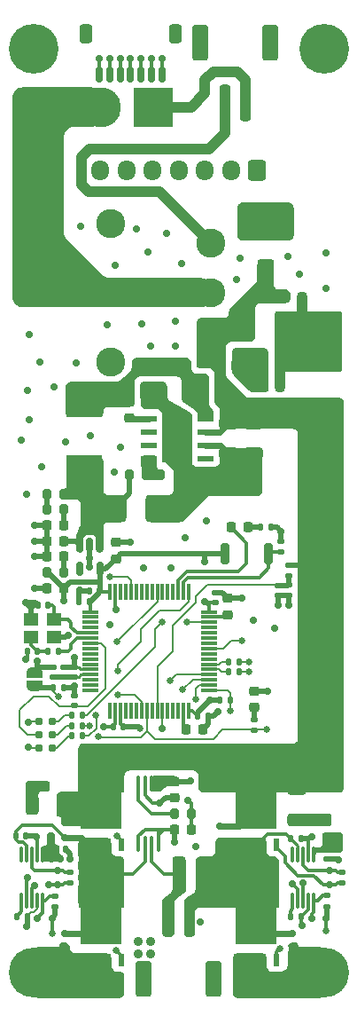
<source format=gbr>
%TF.GenerationSoftware,KiCad,Pcbnew,7.0.6*%
%TF.CreationDate,2024-05-08T12:01:16-04:00*%
%TF.ProjectId,ActiveImpactor_Power,41637469-7665-4496-9d70-6163746f725f,rev?*%
%TF.SameCoordinates,Original*%
%TF.FileFunction,Copper,L1,Top*%
%TF.FilePolarity,Positive*%
%FSLAX46Y46*%
G04 Gerber Fmt 4.6, Leading zero omitted, Abs format (unit mm)*
G04 Created by KiCad (PCBNEW 7.0.6) date 2024-05-08 12:01:16*
%MOMM*%
%LPD*%
G01*
G04 APERTURE LIST*
G04 Aperture macros list*
%AMRoundRect*
0 Rectangle with rounded corners*
0 $1 Rounding radius*
0 $2 $3 $4 $5 $6 $7 $8 $9 X,Y pos of 4 corners*
0 Add a 4 corners polygon primitive as box body*
4,1,4,$2,$3,$4,$5,$6,$7,$8,$9,$2,$3,0*
0 Add four circle primitives for the rounded corners*
1,1,$1+$1,$2,$3*
1,1,$1+$1,$4,$5*
1,1,$1+$1,$6,$7*
1,1,$1+$1,$8,$9*
0 Add four rect primitives between the rounded corners*
20,1,$1+$1,$2,$3,$4,$5,0*
20,1,$1+$1,$4,$5,$6,$7,0*
20,1,$1+$1,$6,$7,$8,$9,0*
20,1,$1+$1,$8,$9,$2,$3,0*%
%AMFreePoly0*
4,1,19,0.500000,-0.750000,0.000000,-0.750000,0.000000,-0.744911,-0.071157,-0.744911,-0.207708,-0.704816,-0.327430,-0.627875,-0.420627,-0.520320,-0.479746,-0.390866,-0.500000,-0.250000,-0.500000,0.250000,-0.479746,0.390866,-0.420627,0.520320,-0.327430,0.627875,-0.207708,0.704816,-0.071157,0.744911,0.000000,0.744911,0.000000,0.750000,0.500000,0.750000,0.500000,-0.750000,0.500000,-0.750000,
$1*%
%AMFreePoly1*
4,1,19,0.000000,0.744911,0.071157,0.744911,0.207708,0.704816,0.327430,0.627875,0.420627,0.520320,0.479746,0.390866,0.500000,0.250000,0.500000,-0.250000,0.479746,-0.390866,0.420627,-0.520320,0.327430,-0.627875,0.207708,-0.704816,0.071157,-0.744911,0.000000,-0.744911,0.000000,-0.750000,-0.500000,-0.750000,-0.500000,0.750000,0.000000,0.750000,0.000000,0.744911,0.000000,0.744911,
$1*%
G04 Aperture macros list end*
%TA.AperFunction,SMDPad,CuDef*%
%ADD10RoundRect,0.250000X0.250000X1.500000X-0.250000X1.500000X-0.250000X-1.500000X0.250000X-1.500000X0*%
%TD*%
%TA.AperFunction,SMDPad,CuDef*%
%ADD11RoundRect,0.250001X0.499999X1.449999X-0.499999X1.449999X-0.499999X-1.449999X0.499999X-1.449999X0*%
%TD*%
%TA.AperFunction,SMDPad,CuDef*%
%ADD12RoundRect,0.250000X1.000000X0.650000X-1.000000X0.650000X-1.000000X-0.650000X1.000000X-0.650000X0*%
%TD*%
%TA.AperFunction,SMDPad,CuDef*%
%ADD13RoundRect,0.250000X0.550000X-1.500000X0.550000X1.500000X-0.550000X1.500000X-0.550000X-1.500000X0*%
%TD*%
%TA.AperFunction,SMDPad,CuDef*%
%ADD14RoundRect,0.225000X-0.225000X-0.250000X0.225000X-0.250000X0.225000X0.250000X-0.225000X0.250000X0*%
%TD*%
%TA.AperFunction,SMDPad,CuDef*%
%ADD15R,3.500000X2.350000*%
%TD*%
%TA.AperFunction,SMDPad,CuDef*%
%ADD16RoundRect,0.150000X0.200000X-0.150000X0.200000X0.150000X-0.200000X0.150000X-0.200000X-0.150000X0*%
%TD*%
%TA.AperFunction,SMDPad,CuDef*%
%ADD17RoundRect,0.150000X0.150000X0.625000X-0.150000X0.625000X-0.150000X-0.625000X0.150000X-0.625000X0*%
%TD*%
%TA.AperFunction,SMDPad,CuDef*%
%ADD18RoundRect,0.250000X0.350000X0.650000X-0.350000X0.650000X-0.350000X-0.650000X0.350000X-0.650000X0*%
%TD*%
%TA.AperFunction,SMDPad,CuDef*%
%ADD19RoundRect,0.135000X-0.135000X-0.185000X0.135000X-0.185000X0.135000X0.185000X-0.135000X0.185000X0*%
%TD*%
%TA.AperFunction,SMDPad,CuDef*%
%ADD20RoundRect,0.218750X-0.218750X-0.256250X0.218750X-0.256250X0.218750X0.256250X-0.218750X0.256250X0*%
%TD*%
%TA.AperFunction,SMDPad,CuDef*%
%ADD21RoundRect,0.250000X-0.250000X-1.500000X0.250000X-1.500000X0.250000X1.500000X-0.250000X1.500000X0*%
%TD*%
%TA.AperFunction,SMDPad,CuDef*%
%ADD22RoundRect,0.250001X-0.499999X-1.449999X0.499999X-1.449999X0.499999X1.449999X-0.499999X1.449999X0*%
%TD*%
%TA.AperFunction,SMDPad,CuDef*%
%ADD23RoundRect,0.135000X0.135000X0.185000X-0.135000X0.185000X-0.135000X-0.185000X0.135000X-0.185000X0*%
%TD*%
%TA.AperFunction,SMDPad,CuDef*%
%ADD24FreePoly0,90.000000*%
%TD*%
%TA.AperFunction,SMDPad,CuDef*%
%ADD25FreePoly1,90.000000*%
%TD*%
%TA.AperFunction,SMDPad,CuDef*%
%ADD26RoundRect,0.140000X0.170000X-0.140000X0.170000X0.140000X-0.170000X0.140000X-0.170000X-0.140000X0*%
%TD*%
%TA.AperFunction,SMDPad,CuDef*%
%ADD27RoundRect,0.200000X0.200000X0.800000X-0.200000X0.800000X-0.200000X-0.800000X0.200000X-0.800000X0*%
%TD*%
%TA.AperFunction,SMDPad,CuDef*%
%ADD28RoundRect,0.075000X-0.700000X-0.075000X0.700000X-0.075000X0.700000X0.075000X-0.700000X0.075000X0*%
%TD*%
%TA.AperFunction,SMDPad,CuDef*%
%ADD29RoundRect,0.075000X-0.075000X-0.700000X0.075000X-0.700000X0.075000X0.700000X-0.075000X0.700000X0*%
%TD*%
%TA.AperFunction,SMDPad,CuDef*%
%ADD30RoundRect,0.200000X-0.200000X-0.275000X0.200000X-0.275000X0.200000X0.275000X-0.200000X0.275000X0*%
%TD*%
%TA.AperFunction,SMDPad,CuDef*%
%ADD31RoundRect,0.250000X-0.362500X-1.425000X0.362500X-1.425000X0.362500X1.425000X-0.362500X1.425000X0*%
%TD*%
%TA.AperFunction,ComponentPad*%
%ADD32R,2.775000X2.775000*%
%TD*%
%TA.AperFunction,ComponentPad*%
%ADD33C,2.775000*%
%TD*%
%TA.AperFunction,SMDPad,CuDef*%
%ADD34R,0.610000X1.270000*%
%TD*%
%TA.AperFunction,SMDPad,CuDef*%
%ADD35R,3.910000X3.810000*%
%TD*%
%TA.AperFunction,SMDPad,CuDef*%
%ADD36R,0.610000X1.020000*%
%TD*%
%TA.AperFunction,SMDPad,CuDef*%
%ADD37RoundRect,0.250000X-0.650000X0.325000X-0.650000X-0.325000X0.650000X-0.325000X0.650000X0.325000X0*%
%TD*%
%TA.AperFunction,SMDPad,CuDef*%
%ADD38RoundRect,0.140000X0.140000X0.170000X-0.140000X0.170000X-0.140000X-0.170000X0.140000X-0.170000X0*%
%TD*%
%TA.AperFunction,SMDPad,CuDef*%
%ADD39RoundRect,0.200000X0.200000X0.275000X-0.200000X0.275000X-0.200000X-0.275000X0.200000X-0.275000X0*%
%TD*%
%TA.AperFunction,SMDPad,CuDef*%
%ADD40RoundRect,0.250000X0.325000X0.650000X-0.325000X0.650000X-0.325000X-0.650000X0.325000X-0.650000X0*%
%TD*%
%TA.AperFunction,SMDPad,CuDef*%
%ADD41RoundRect,0.225000X0.250000X-0.225000X0.250000X0.225000X-0.250000X0.225000X-0.250000X-0.225000X0*%
%TD*%
%TA.AperFunction,ConnectorPad*%
%ADD42C,0.787400*%
%TD*%
%TA.AperFunction,SMDPad,CuDef*%
%ADD43R,1.400000X1.200000*%
%TD*%
%TA.AperFunction,SMDPad,CuDef*%
%ADD44RoundRect,0.150000X-0.150000X0.512500X-0.150000X-0.512500X0.150000X-0.512500X0.150000X0.512500X0*%
%TD*%
%TA.AperFunction,SMDPad,CuDef*%
%ADD45RoundRect,0.150000X0.150000X0.200000X-0.150000X0.200000X-0.150000X-0.200000X0.150000X-0.200000X0*%
%TD*%
%TA.AperFunction,ComponentPad*%
%ADD46C,4.750000*%
%TD*%
%TA.AperFunction,SMDPad,CuDef*%
%ADD47RoundRect,0.250000X-0.850000X-0.350000X0.850000X-0.350000X0.850000X0.350000X-0.850000X0.350000X0*%
%TD*%
%TA.AperFunction,SMDPad,CuDef*%
%ADD48RoundRect,0.250000X-1.275000X-1.125000X1.275000X-1.125000X1.275000X1.125000X-1.275000X1.125000X0*%
%TD*%
%TA.AperFunction,SMDPad,CuDef*%
%ADD49RoundRect,0.249997X-2.950003X-2.650003X2.950003X-2.650003X2.950003X2.650003X-2.950003X2.650003X0*%
%TD*%
%TA.AperFunction,SMDPad,CuDef*%
%ADD50RoundRect,0.218750X0.218750X0.256250X-0.218750X0.256250X-0.218750X-0.256250X0.218750X-0.256250X0*%
%TD*%
%TA.AperFunction,SMDPad,CuDef*%
%ADD51RoundRect,0.147500X-0.172500X0.147500X-0.172500X-0.147500X0.172500X-0.147500X0.172500X0.147500X0*%
%TD*%
%TA.AperFunction,SMDPad,CuDef*%
%ADD52R,1.550000X0.600000*%
%TD*%
%TA.AperFunction,ComponentPad*%
%ADD53C,0.600000*%
%TD*%
%TA.AperFunction,SMDPad,CuDef*%
%ADD54R,2.600000X3.100000*%
%TD*%
%TA.AperFunction,SMDPad,CuDef*%
%ADD55R,2.950000X4.500000*%
%TD*%
%TA.AperFunction,SMDPad,CuDef*%
%ADD56RoundRect,0.225000X0.225000X0.250000X-0.225000X0.250000X-0.225000X-0.250000X0.225000X-0.250000X0*%
%TD*%
%TA.AperFunction,SMDPad,CuDef*%
%ADD57RoundRect,0.140000X-0.170000X0.140000X-0.170000X-0.140000X0.170000X-0.140000X0.170000X0.140000X0*%
%TD*%
%TA.AperFunction,SMDPad,CuDef*%
%ADD58RoundRect,0.100000X0.100000X-0.637500X0.100000X0.637500X-0.100000X0.637500X-0.100000X-0.637500X0*%
%TD*%
%TA.AperFunction,SMDPad,CuDef*%
%ADD59RoundRect,0.135000X-0.185000X0.135000X-0.185000X-0.135000X0.185000X-0.135000X0.185000X0.135000X0*%
%TD*%
%TA.AperFunction,SMDPad,CuDef*%
%ADD60RoundRect,0.135000X0.185000X-0.135000X0.185000X0.135000X-0.185000X0.135000X-0.185000X-0.135000X0*%
%TD*%
%TA.AperFunction,SMDPad,CuDef*%
%ADD61RoundRect,0.225000X-0.250000X0.225000X-0.250000X-0.225000X0.250000X-0.225000X0.250000X0.225000X0*%
%TD*%
%TA.AperFunction,SMDPad,CuDef*%
%ADD62RoundRect,0.218750X-0.256250X0.218750X-0.256250X-0.218750X0.256250X-0.218750X0.256250X0.218750X0*%
%TD*%
%TA.AperFunction,SMDPad,CuDef*%
%ADD63RoundRect,0.250000X-0.787500X-1.025000X0.787500X-1.025000X0.787500X1.025000X-0.787500X1.025000X0*%
%TD*%
%TA.AperFunction,SMDPad,CuDef*%
%ADD64RoundRect,0.140000X-0.140000X-0.170000X0.140000X-0.170000X0.140000X0.170000X-0.140000X0.170000X0*%
%TD*%
%TA.AperFunction,SMDPad,CuDef*%
%ADD65RoundRect,0.075000X-0.075000X0.650000X-0.075000X-0.650000X0.075000X-0.650000X0.075000X0.650000X0*%
%TD*%
%TA.AperFunction,ComponentPad*%
%ADD66R,3.800000X3.800000*%
%TD*%
%TA.AperFunction,ComponentPad*%
%ADD67C,3.800000*%
%TD*%
%TA.AperFunction,ComponentPad*%
%ADD68RoundRect,0.250000X0.600000X0.725000X-0.600000X0.725000X-0.600000X-0.725000X0.600000X-0.725000X0*%
%TD*%
%TA.AperFunction,ComponentPad*%
%ADD69O,1.700000X1.950000*%
%TD*%
%TA.AperFunction,ViaPad*%
%ADD70C,0.700000*%
%TD*%
%TA.AperFunction,ViaPad*%
%ADD71C,0.900000*%
%TD*%
%TA.AperFunction,ViaPad*%
%ADD72C,0.650000*%
%TD*%
%TA.AperFunction,Conductor*%
%ADD73C,0.500000*%
%TD*%
%TA.AperFunction,Conductor*%
%ADD74C,0.600000*%
%TD*%
%TA.AperFunction,Conductor*%
%ADD75C,1.000000*%
%TD*%
%TA.AperFunction,Conductor*%
%ADD76C,0.250000*%
%TD*%
%TA.AperFunction,Conductor*%
%ADD77C,0.300000*%
%TD*%
%TA.AperFunction,Conductor*%
%ADD78C,0.200000*%
%TD*%
G04 APERTURE END LIST*
D10*
%TO.P,J105,1,Pin_1*%
%TO.N,GND*%
X6400000Y38900000D03*
%TO.P,J105,2,Pin_2*%
%TO.N,Net-(J105-Pin_2)*%
X4400000Y38900000D03*
D11*
%TO.P,J105,MP*%
%TO.N,N/C*%
X8750000Y44650000D03*
X2050000Y44650000D03*
%TD*%
D12*
%TO.P,D101,1,K*%
%TO.N,Net-(D101-K)*%
X1600000Y11400000D03*
%TO.P,D101,2,A*%
%TO.N,GND*%
X-2400000Y11400000D03*
%TD*%
D13*
%TO.P,C101,1*%
%TO.N,+BATT*%
X8300000Y22200000D03*
%TO.P,C101,2*%
%TO.N,GND*%
X8300000Y27600000D03*
%TD*%
D14*
%TO.P,C303,1*%
%TO.N,+12V*%
X8125000Y11800000D03*
%TO.P,C303,2*%
%TO.N,GND*%
X9675000Y11800000D03*
%TD*%
D15*
%TO.P,L101,1,1*%
%TO.N,Net-(D101-K)*%
X-9000000Y10125000D03*
%TO.P,L101,2,2*%
%TO.N,+5V*%
X-9000000Y4075000D03*
%TD*%
D16*
%TO.P,D302,1,K*%
%TO.N,Net-(D302-K)*%
X-11600000Y-34300000D03*
%TO.P,D302,2,A*%
%TO.N,Net-(D302-A)*%
X-11600000Y-35700000D03*
%TD*%
D17*
%TO.P,J104,1,Pin_1*%
%TO.N,Net-(J102-Pin_1)*%
X-1600000Y41600000D03*
%TO.P,J104,2,Pin_2*%
%TO.N,Net-(J102-Pin_2)*%
X-2600000Y41600000D03*
%TO.P,J104,3,Pin_3*%
%TO.N,Net-(J102-Pin_3)*%
X-3600000Y41600000D03*
%TO.P,J104,4,Pin_4*%
%TO.N,Net-(J102-Pin_4)*%
X-4600000Y41600000D03*
%TO.P,J104,5,Pin_5*%
%TO.N,Net-(J102-Pin_5)*%
X-5600000Y41600000D03*
%TO.P,J104,6,Pin_6*%
%TO.N,Net-(J102-Pin_6)*%
X-6600000Y41600000D03*
%TO.P,J104,7,Pin_7*%
%TO.N,Net-(J102-Pin_7)*%
X-7600000Y41600000D03*
D18*
%TO.P,J104,MP*%
%TO.N,N/C*%
X-300000Y45475000D03*
X-8900000Y45475000D03*
%TD*%
D19*
%TO.P,R201,1*%
%TO.N,Net-(D201-K)*%
X7790000Y-1600000D03*
%TO.P,R201,2*%
%TO.N,GND*%
X8810000Y-1600000D03*
%TD*%
D20*
%TO.P,D102,1,K*%
%TO.N,GND*%
X-12587500Y-1400000D03*
%TO.P,D102,2,A*%
%TO.N,Net-(D102-A)*%
X-11012500Y-1400000D03*
%TD*%
D21*
%TO.P,J301,1,Pin_1*%
%TO.N,Net-(J301-Pin_1)*%
X-1000000Y-38900000D03*
%TO.P,J301,2,Pin_2*%
%TO.N,/H-Bridge/BRIDGE2*%
X1000000Y-38900000D03*
D22*
%TO.P,J301,MP*%
%TO.N,N/C*%
X-3350000Y-44650000D03*
X3350000Y-44650000D03*
%TD*%
D19*
%TO.P,R101,1*%
%TO.N,+3.3V*%
X3890000Y-18100000D03*
%TO.P,R101,2*%
%TO.N,/Microcontroller/CS*%
X4910000Y-18100000D03*
%TD*%
D23*
%TO.P,R205,1*%
%TO.N,/Microcontroller/SWD_SWCLK*%
X-9190000Y-20500000D03*
%TO.P,R205,2*%
%TO.N,Net-(J201-SWCLK)*%
X-10210000Y-20500000D03*
%TD*%
D24*
%TO.P,JP201,1,A*%
%TO.N,/Microcontroller/BOOT0*%
X-13800000Y-16750000D03*
D25*
%TO.P,JP201,2,B*%
%TO.N,+3.3V*%
X-13800000Y-15450000D03*
%TD*%
D26*
%TO.P,C209,1*%
%TO.N,+3.3VA*%
X-11000000Y-15880000D03*
%TO.P,C209,2*%
%TO.N,GND*%
X-11000000Y-14920000D03*
%TD*%
D23*
%TO.P,R102,1*%
%TO.N,Net-(J106-Pin_3)*%
X5810000Y-14400000D03*
%TO.P,R102,2*%
%TO.N,/Microcontroller/INT2*%
X4790000Y-14400000D03*
%TD*%
%TO.P,R204,1*%
%TO.N,/Microcontroller/HSE_OUT*%
X-11490000Y-13450000D03*
%TO.P,R204,2*%
%TO.N,Net-(C213-Pad1)*%
X-12510000Y-13450000D03*
%TD*%
D27*
%TO.P,SW201,1,1*%
%TO.N,/Microcontroller/BUTTON*%
X8600000Y-4100000D03*
%TO.P,SW201,2,2*%
%TO.N,+3.3V*%
X4400000Y-4100000D03*
%TD*%
D28*
%TO.P,U201,1,VBAT*%
%TO.N,+3.3V*%
X-8475000Y-9650000D03*
%TO.P,U201,2,PC13*%
%TO.N,unconnected-(U201-PC13-Pad2)*%
X-8475000Y-10150000D03*
%TO.P,U201,3,PC14*%
%TO.N,unconnected-(U201-PC14-Pad3)*%
X-8475000Y-10650000D03*
%TO.P,U201,4,PC15*%
%TO.N,unconnected-(U201-PC15-Pad4)*%
X-8475000Y-11150000D03*
%TO.P,U201,5,PH0*%
%TO.N,/Microcontroller/HSE_IN*%
X-8475000Y-11650000D03*
%TO.P,U201,6,PH1*%
%TO.N,/Microcontroller/HSE_OUT*%
X-8475000Y-12150000D03*
%TO.P,U201,7,NRST*%
%TO.N,/Microcontroller/SWD_NRST*%
X-8475000Y-12650000D03*
%TO.P,U201,8,PC0*%
%TO.N,unconnected-(U201-PC0-Pad8)*%
X-8475000Y-13150000D03*
%TO.P,U201,9,PC1*%
%TO.N,unconnected-(U201-PC1-Pad9)*%
X-8475000Y-13650000D03*
%TO.P,U201,10,PC2*%
%TO.N,unconnected-(U201-PC2-Pad10)*%
X-8475000Y-14150000D03*
%TO.P,U201,11,PC3*%
%TO.N,unconnected-(U201-PC3-Pad11)*%
X-8475000Y-14650000D03*
%TO.P,U201,12,VSSA*%
%TO.N,GND*%
X-8475000Y-15150000D03*
%TO.P,U201,13,VDDA*%
%TO.N,+3.3VA*%
X-8475000Y-15650000D03*
%TO.P,U201,14,PA0*%
%TO.N,unconnected-(U201-PA0-Pad14)*%
X-8475000Y-16150000D03*
%TO.P,U201,15,PA1*%
%TO.N,unconnected-(U201-PA1-Pad15)*%
X-8475000Y-16650000D03*
%TO.P,U201,16,PA2*%
%TO.N,unconnected-(U201-PA2-Pad16)*%
X-8475000Y-17150000D03*
D29*
%TO.P,U201,17,PA3*%
%TO.N,unconnected-(U201-PA3-Pad17)*%
X-6550000Y-19075000D03*
%TO.P,U201,18,VSS*%
%TO.N,GND*%
X-6050000Y-19075000D03*
%TO.P,U201,19,VDD*%
%TO.N,+3.3V*%
X-5550000Y-19075000D03*
%TO.P,U201,20,PA4*%
%TO.N,unconnected-(U201-PA4-Pad20)*%
X-5050000Y-19075000D03*
%TO.P,U201,21,PA5*%
%TO.N,unconnected-(U201-PA5-Pad21)*%
X-4550000Y-19075000D03*
%TO.P,U201,22,PA6*%
%TO.N,unconnected-(U201-PA6-Pad22)*%
X-4050000Y-19075000D03*
%TO.P,U201,23,PA7*%
%TO.N,/H-Bridge/COIL_PWM1*%
X-3550000Y-19075000D03*
%TO.P,U201,24,PC4*%
%TO.N,/H-Bridge/COIL_EN*%
X-3050000Y-19075000D03*
%TO.P,U201,25,PC5*%
%TO.N,unconnected-(U201-PC5-Pad25)*%
X-2550000Y-19075000D03*
%TO.P,U201,26,PB0*%
%TO.N,/Microcontroller/ADC_VBAT*%
X-2050000Y-19075000D03*
%TO.P,U201,27,PB1*%
%TO.N,/Microcontroller/ADC_CURRENT*%
X-1550000Y-19075000D03*
%TO.P,U201,28,PB2*%
%TO.N,unconnected-(U201-PB2-Pad28)*%
X-1050000Y-19075000D03*
%TO.P,U201,29,PB10*%
%TO.N,unconnected-(U201-PB10-Pad29)*%
X-550000Y-19075000D03*
%TO.P,U201,30,PB11*%
%TO.N,unconnected-(U201-PB11-Pad30)*%
X-50000Y-19075000D03*
%TO.P,U201,31,VCAP_1*%
%TO.N,Net-(U201-VCAP_1)*%
X450000Y-19075000D03*
%TO.P,U201,32,VDD*%
%TO.N,+3.3V*%
X950000Y-19075000D03*
D28*
%TO.P,U201,33,PB12*%
%TO.N,/Microcontroller/CS*%
X2875000Y-17150000D03*
%TO.P,U201,34,PB13*%
%TO.N,/Microcontroller/CLK*%
X2875000Y-16650000D03*
%TO.P,U201,35,PB14*%
%TO.N,/Microcontroller/MISO*%
X2875000Y-16150000D03*
%TO.P,U201,36,PB15*%
%TO.N,/Microcontroller/MOSI*%
X2875000Y-15650000D03*
%TO.P,U201,37,PC6*%
%TO.N,/Microcontroller/INT1*%
X2875000Y-15150000D03*
%TO.P,U201,38,PC7*%
%TO.N,/Microcontroller/INT2*%
X2875000Y-14650000D03*
%TO.P,U201,39,PC8*%
%TO.N,unconnected-(U201-PC8-Pad39)*%
X2875000Y-14150000D03*
%TO.P,U201,40,PC9*%
%TO.N,unconnected-(U201-PC9-Pad40)*%
X2875000Y-13650000D03*
%TO.P,U201,41,PA8*%
%TO.N,/H-Bridge/COIL_PWM2*%
X2875000Y-13150000D03*
%TO.P,U201,42,PA9*%
%TO.N,unconnected-(U201-PA9-Pad42)*%
X2875000Y-12650000D03*
%TO.P,U201,43,PA10*%
%TO.N,unconnected-(U201-PA10-Pad43)*%
X2875000Y-12150000D03*
%TO.P,U201,44,PA11*%
%TO.N,unconnected-(U201-PA11-Pad44)*%
X2875000Y-11650000D03*
%TO.P,U201,45,PA12*%
%TO.N,unconnected-(U201-PA12-Pad45)*%
X2875000Y-11150000D03*
%TO.P,U201,46,PA13*%
%TO.N,/Microcontroller/SWD_SWDIO*%
X2875000Y-10650000D03*
%TO.P,U201,47,VCAP_2*%
%TO.N,Net-(U201-VCAP_2)*%
X2875000Y-10150000D03*
%TO.P,U201,48,VDD*%
%TO.N,+3.3V*%
X2875000Y-9650000D03*
D29*
%TO.P,U201,49,PA14*%
%TO.N,/Microcontroller/SWD_SWCLK*%
X950000Y-7725000D03*
%TO.P,U201,50,PA15*%
%TO.N,/Microcontroller/BUTTON*%
X450000Y-7725000D03*
%TO.P,U201,51,PC10*%
%TO.N,/Microcontroller/LED_STATUS*%
X-50000Y-7725000D03*
%TO.P,U201,52,PC11*%
%TO.N,unconnected-(U201-PC11-Pad52)*%
X-550000Y-7725000D03*
%TO.P,U201,53,PC12*%
%TO.N,unconnected-(U201-PC12-Pad53)*%
X-1050000Y-7725000D03*
%TO.P,U201,54,PD2*%
%TO.N,unconnected-(U201-PD2-Pad54)*%
X-1550000Y-7725000D03*
%TO.P,U201,55,PB3*%
%TO.N,/Microcontroller/SWD_SWO*%
X-2050000Y-7725000D03*
%TO.P,U201,56,PB4*%
%TO.N,unconnected-(U201-PB4-Pad56)*%
X-2550000Y-7725000D03*
%TO.P,U201,57,PB5*%
%TO.N,unconnected-(U201-PB5-Pad57)*%
X-3050000Y-7725000D03*
%TO.P,U201,58,PB6*%
%TO.N,unconnected-(U201-PB6-Pad58)*%
X-3550000Y-7725000D03*
%TO.P,U201,59,PB7*%
%TO.N,unconnected-(U201-PB7-Pad59)*%
X-4050000Y-7725000D03*
%TO.P,U201,60,BOOT0*%
%TO.N,/Microcontroller/BOOT0*%
X-4550000Y-7725000D03*
%TO.P,U201,61,PB8*%
%TO.N,unconnected-(U201-PB8-Pad61)*%
X-5050000Y-7725000D03*
%TO.P,U201,62,PB9*%
%TO.N,unconnected-(U201-PB9-Pad62)*%
X-5550000Y-7725000D03*
%TO.P,U201,63,VSS*%
%TO.N,GND*%
X-6050000Y-7725000D03*
%TO.P,U201,64,VDD*%
%TO.N,+3.3V*%
X-6550000Y-7725000D03*
%TD*%
D30*
%TO.P,R107,1*%
%TO.N,Net-(R106-Pad2)*%
X-12625000Y100000D03*
%TO.P,R107,2*%
%TO.N,Net-(D102-A)*%
X-10975000Y100000D03*
%TD*%
D31*
%TO.P,R302,1*%
%TO.N,/H-Bridge/BRIDGE1*%
X-5862500Y-34700000D03*
%TO.P,R302,2*%
%TO.N,Net-(J301-Pin_1)*%
X62500Y-34700000D03*
%TD*%
D32*
%TO.P,SW101,1,A*%
%TO.N,+BATT*%
X3065000Y16100000D03*
D33*
%TO.P,SW101,2,B*%
%TO.N,Net-(J101-Pin_2)*%
X3065000Y20800000D03*
%TO.P,SW101,3,C*%
%TO.N,Net-(J105-Pin_2)*%
X3065000Y25500000D03*
%TO.P,SW101,MP*%
%TO.N,N/C*%
X-6465000Y14195000D03*
X-6465000Y27405000D03*
%TD*%
D34*
%TO.P,Q303,1,S*%
%TO.N,/H-Bridge/BRIDGE2*%
X5495000Y-31870000D03*
%TO.P,Q303,2,S*%
X6765000Y-31870000D03*
%TO.P,Q303,3,S*%
X8035000Y-31870000D03*
%TO.P,Q303,4,G*%
%TO.N,Net-(D308-A)*%
X9305000Y-31870000D03*
D35*
%TO.P,Q303,5,D*%
%TO.N,+BATT*%
X7400000Y-28510000D03*
D36*
X5495000Y-26405000D03*
X6765000Y-26405000D03*
X8035000Y-26405000D03*
X9305000Y-26405000D03*
%TD*%
D37*
%TO.P,C102,1*%
%TO.N,+BATT*%
X7100000Y8375000D03*
%TO.P,C102,2*%
%TO.N,GND*%
X7100000Y5425000D03*
%TD*%
D38*
%TO.P,C208,1*%
%TO.N,+3.3V*%
X-5320000Y-20600000D03*
%TO.P,C208,2*%
%TO.N,GND*%
X-6280000Y-20600000D03*
%TD*%
%TO.P,C205,1*%
%TO.N,+3.3V*%
X-7590000Y-7650000D03*
%TO.P,C205,2*%
%TO.N,GND*%
X-8550000Y-7650000D03*
%TD*%
D39*
%TO.P,R110,1*%
%TO.N,/Microcontroller/ADC_CURRENT*%
X1225000Y-28900000D03*
%TO.P,R110,2*%
%TO.N,/H-Bridge/CURRENT*%
X-425000Y-28900000D03*
%TD*%
D40*
%TO.P,C306,1*%
%TO.N,+BATT*%
X-11025000Y-28100000D03*
%TO.P,C306,2*%
%TO.N,GND*%
X-13975000Y-28100000D03*
%TD*%
D41*
%TO.P,C104,1*%
%TO.N,Net-(U101-BOOT)*%
X-4700000Y8825000D03*
%TO.P,C104,2*%
%TO.N,Net-(D101-K)*%
X-4700000Y10375000D03*
%TD*%
D34*
%TO.P,Q301,1,S*%
%TO.N,/H-Bridge/BRIDGE1*%
X-9305000Y-31870000D03*
%TO.P,Q301,2,S*%
X-8035000Y-31870000D03*
%TO.P,Q301,3,S*%
X-6765000Y-31870000D03*
%TO.P,Q301,4,G*%
%TO.N,Net-(D302-A)*%
X-5495000Y-31870000D03*
D35*
%TO.P,Q301,5,D*%
%TO.N,+BATT*%
X-7400000Y-28510000D03*
D36*
X-9305000Y-26405000D03*
X-8035000Y-26405000D03*
X-6765000Y-26405000D03*
X-5495000Y-26405000D03*
%TD*%
D42*
%TO.P,J201,1,VCC*%
%TO.N,+3.3V*%
X-13370000Y-20100000D03*
%TO.P,J201,2,SWDIO*%
%TO.N,Net-(J201-SWDIO)*%
X-12100000Y-20100000D03*
%TO.P,J201,3,~{RESET}*%
%TO.N,/Microcontroller/SWD_NRST*%
X-13370000Y-21370000D03*
%TO.P,J201,4,SWCLK*%
%TO.N,Net-(J201-SWCLK)*%
X-12100000Y-21370000D03*
%TO.P,J201,5,GND*%
%TO.N,GND*%
X-13370000Y-22640000D03*
%TO.P,J201,6,SWO*%
%TO.N,Net-(J201-SWO)*%
X-12100000Y-22640000D03*
%TD*%
D43*
%TO.P,Y201,1,1*%
%TO.N,/Microcontroller/HSE_IN*%
X-11900000Y-10400000D03*
%TO.P,Y201,2,2*%
%TO.N,GND*%
X-14100000Y-10400000D03*
%TO.P,Y201,3,3*%
%TO.N,Net-(C213-Pad1)*%
X-14100000Y-12100000D03*
%TO.P,Y201,4,4*%
%TO.N,GND*%
X-11900000Y-12100000D03*
%TD*%
D23*
%TO.P,R206,1*%
%TO.N,/Microcontroller/SWD_SWDIO*%
X-9190000Y-19500000D03*
%TO.P,R206,2*%
%TO.N,Net-(J201-SWDIO)*%
X-10210000Y-19500000D03*
%TD*%
D44*
%TO.P,U102,1,IN*%
%TO.N,+5V*%
X-7550000Y-3262500D03*
%TO.P,U102,2,GND*%
%TO.N,GND*%
X-8500000Y-3262500D03*
%TO.P,U102,3,EN*%
%TO.N,+5V*%
X-9450000Y-3262500D03*
%TO.P,U102,4,NC*%
%TO.N,unconnected-(U102-NC-Pad4)*%
X-9450000Y-5537500D03*
%TO.P,U102,5,OUT*%
%TO.N,+3.3V*%
X-7550000Y-5537500D03*
%TD*%
D26*
%TO.P,C212,1*%
%TO.N,/Microcontroller/SWD_NRST*%
X-10000000Y-18580000D03*
%TO.P,C212,2*%
%TO.N,GND*%
X-10000000Y-17620000D03*
%TD*%
D14*
%TO.P,C203,1*%
%TO.N,Net-(U201-VCAP_1)*%
X725000Y-20900000D03*
%TO.P,C203,2*%
%TO.N,GND*%
X2275000Y-20900000D03*
%TD*%
D38*
%TO.P,C202,1*%
%TO.N,+3.3V*%
X-8570000Y-8650000D03*
%TO.P,C202,2*%
%TO.N,GND*%
X-9530000Y-8650000D03*
%TD*%
D45*
%TO.P,D303,1,K*%
%TO.N,Net-(D303-K)*%
X-13500000Y-38900000D03*
%TO.P,D303,2,A*%
%TO.N,Net-(D303-A)*%
X-12100000Y-38900000D03*
%TD*%
D46*
%TO.P,H102,1,1*%
%TO.N,GND*%
X-13890500Y44053000D03*
%TD*%
D47*
%TO.P,U301,1,IN*%
%TO.N,+BATT*%
X6125000Y18380000D03*
D48*
%TO.P,U301,2,GND*%
%TO.N,GND*%
X10750000Y17625000D03*
X10750000Y14575000D03*
D49*
X12425000Y16100000D03*
D48*
X14100000Y17625000D03*
X14100000Y14575000D03*
D47*
%TO.P,U301,3,OUT*%
%TO.N,+12V*%
X6125000Y13820000D03*
%TD*%
D30*
%TO.P,R104,1*%
%TO.N,+5V*%
X-4725000Y3400000D03*
%TO.P,R104,2*%
%TO.N,Net-(U101-VSENSE)*%
X-3075000Y3400000D03*
%TD*%
D46*
%TO.P,H101,1,1*%
%TO.N,GND*%
X13890500Y44053000D03*
%TD*%
D45*
%TO.P,D309,1,K*%
%TO.N,Net-(D309-K)*%
X12700000Y-38900000D03*
%TO.P,D309,2,A*%
%TO.N,Net-(D309-A)*%
X14100000Y-38900000D03*
%TD*%
%TO.P,D301,1,K*%
%TO.N,Net-(D301-K)*%
X-13600000Y-31100000D03*
%TO.P,D301,2,A*%
%TO.N,+12V*%
X-12200000Y-31100000D03*
%TD*%
D23*
%TO.P,R103,1*%
%TO.N,Net-(J106-Pin_2)*%
X5810000Y-15400000D03*
%TO.P,R103,2*%
%TO.N,/Microcontroller/INT1*%
X4790000Y-15400000D03*
%TD*%
D38*
%TO.P,C213,1*%
%TO.N,Net-(C213-Pad1)*%
X-13520000Y-13450000D03*
%TO.P,C213,2*%
%TO.N,GND*%
X-14480000Y-13450000D03*
%TD*%
D16*
%TO.P,D306,1,K*%
%TO.N,+BATT*%
X3900000Y-30100000D03*
%TO.P,D306,2,A*%
%TO.N,/H-Bridge/BRIDGE2*%
X3900000Y-31500000D03*
%TD*%
D26*
%TO.P,C210,1*%
%TO.N,+3.3VA*%
X-10000000Y-15880000D03*
%TO.P,C210,2*%
%TO.N,GND*%
X-10000000Y-14920000D03*
%TD*%
D39*
%TO.P,R106,1*%
%TO.N,+5V*%
X-10975000Y1600000D03*
%TO.P,R106,2*%
%TO.N,Net-(R106-Pad2)*%
X-12625000Y1600000D03*
%TD*%
D50*
%TO.P,D201,1,K*%
%TO.N,Net-(D201-K)*%
X6587500Y-1600000D03*
%TO.P,D201,2,A*%
%TO.N,/Microcontroller/LED_STATUS*%
X5012500Y-1600000D03*
%TD*%
D38*
%TO.P,C304,1*%
%TO.N,Net-(D301-K)*%
X-14620000Y-31000000D03*
%TO.P,C304,2*%
%TO.N,/H-Bridge/BRIDGE1*%
X-15580000Y-31000000D03*
%TD*%
D51*
%TO.P,L201,1*%
%TO.N,+3.3V*%
X-12000000Y-14915000D03*
%TO.P,L201,2*%
%TO.N,+3.3VA*%
X-12000000Y-15885000D03*
%TD*%
D16*
%TO.P,D307,1,K*%
%TO.N,/H-Bridge/BRIDGE2*%
X10900000Y-40300000D03*
%TO.P,D307,2,A*%
%TO.N,GND*%
X10900000Y-41700000D03*
%TD*%
D41*
%TO.P,C204,1*%
%TO.N,Net-(U201-VCAP_2)*%
X4700000Y-9925000D03*
%TO.P,C204,2*%
%TO.N,GND*%
X4700000Y-8375000D03*
%TD*%
%TO.P,C109,1*%
%TO.N,+3.3V*%
X-6000000Y-4575000D03*
%TO.P,C109,2*%
%TO.N,GND*%
X-6000000Y-3025000D03*
%TD*%
D52*
%TO.P,U101,1,BOOT*%
%TO.N,Net-(U101-BOOT)*%
X-2850000Y8800000D03*
%TO.P,U101,2,NC*%
%TO.N,unconnected-(U101-NC-Pad2)*%
X-2850000Y7530000D03*
%TO.P,U101,3,NC*%
%TO.N,unconnected-(U101-NC-Pad3)*%
X-2850000Y6260000D03*
%TO.P,U101,4,VSENSE*%
%TO.N,Net-(U101-VSENSE)*%
X-2850000Y4990000D03*
%TO.P,U101,5,EN*%
%TO.N,unconnected-(U101-EN-Pad5)*%
X2550000Y4990000D03*
%TO.P,U101,6,GND*%
%TO.N,GND*%
X2550000Y6260000D03*
%TO.P,U101,7,VIN*%
%TO.N,+BATT*%
X2550000Y7530000D03*
%TO.P,U101,8,PH*%
%TO.N,Net-(D101-K)*%
X2550000Y8800000D03*
D53*
%TO.P,U101,9,GNDPAD*%
%TO.N,GND*%
X-750000Y8695000D03*
X-750000Y7495000D03*
X-750000Y6195000D03*
X-750000Y5095000D03*
D54*
X-150000Y6895000D03*
D55*
X-150000Y6895000D03*
D53*
X450000Y8695000D03*
X450000Y7495000D03*
X450000Y6195000D03*
X450000Y5095000D03*
%TD*%
D16*
%TO.P,D308,1,K*%
%TO.N,Net-(D308-K)*%
X14400000Y-34300000D03*
%TO.P,D308,2,A*%
%TO.N,Net-(D308-A)*%
X14400000Y-35700000D03*
%TD*%
D30*
%TO.P,R105,1*%
%TO.N,Net-(U101-VSENSE)*%
X-1725000Y3400000D03*
%TO.P,R105,2*%
%TO.N,GND*%
X-75000Y3400000D03*
%TD*%
D56*
%TO.P,C107,1*%
%TO.N,/Microcontroller/ADC_CURRENT*%
X1175000Y-30400000D03*
%TO.P,C107,2*%
%TO.N,GND*%
X-375000Y-30400000D03*
%TD*%
D57*
%TO.P,C309,1*%
%TO.N,+12V*%
X14200000Y-32270000D03*
%TO.P,C309,2*%
%TO.N,GND*%
X14200000Y-33230000D03*
%TD*%
D56*
%TO.P,C201,1*%
%TO.N,+3.3V*%
X-11025000Y-7400000D03*
%TO.P,C201,2*%
%TO.N,GND*%
X-12575000Y-7400000D03*
%TD*%
D30*
%TO.P,R112,1*%
%TO.N,+3.3V*%
X-12625000Y-5900000D03*
%TO.P,R112,2*%
%TO.N,Net-(D104-A)*%
X-10975000Y-5900000D03*
%TD*%
D20*
%TO.P,D104,1,K*%
%TO.N,GND*%
X-12587500Y-4400000D03*
%TO.P,D104,2,A*%
%TO.N,Net-(D104-A)*%
X-11012500Y-4400000D03*
%TD*%
D58*
%TO.P,U303,1,GND*%
%TO.N,GND*%
X-3875000Y-31762500D03*
%TO.P,U303,2,+*%
%TO.N,/H-Bridge/BRIDGE1*%
X-3225000Y-31762500D03*
%TO.P,U303,3,-*%
%TO.N,Net-(J301-Pin_1)*%
X-2575000Y-31762500D03*
%TO.P,U303,4,GND*%
%TO.N,GND*%
X-1925000Y-31762500D03*
%TO.P,U303,5,V+*%
%TO.N,+3.3V*%
X-1925000Y-26037500D03*
%TO.P,U303,6,REF2*%
X-2575000Y-26037500D03*
%TO.P,U303,7,REF1*%
%TO.N,GND*%
X-3225000Y-26037500D03*
%TO.P,U303,8*%
%TO.N,/H-Bridge/CURRENT*%
X-3875000Y-26037500D03*
%TD*%
D59*
%TO.P,R303,1*%
%TO.N,Net-(D302-K)*%
X-10400000Y-34480000D03*
%TO.P,R303,2*%
%TO.N,Net-(D302-A)*%
X-10400000Y-35500000D03*
%TD*%
D46*
%TO.P,H104,1,1*%
%TO.N,GND*%
X13890500Y-44053000D03*
%TD*%
D60*
%TO.P,R202,1*%
%TO.N,/Microcontroller/BUTTON*%
X9800000Y-3910000D03*
%TO.P,R202,2*%
%TO.N,GND*%
X9800000Y-2890000D03*
%TD*%
D61*
%TO.P,C305,1*%
%TO.N,+3.3V*%
X-400000Y-25825000D03*
%TO.P,C305,2*%
%TO.N,GND*%
X-400000Y-27375000D03*
%TD*%
D23*
%TO.P,R307,1*%
%TO.N,GND*%
X11710000Y-38700000D03*
%TO.P,R307,2*%
%TO.N,Net-(U304-RDT)*%
X10690000Y-38700000D03*
%TD*%
D46*
%TO.P,H103,1,1*%
%TO.N,GND*%
X-13890500Y-44053000D03*
%TD*%
D14*
%TO.P,C301,1*%
%TO.N,+BATT*%
X10225000Y20400000D03*
%TO.P,C301,2*%
%TO.N,GND*%
X11775000Y20400000D03*
%TD*%
D62*
%TO.P,D103,1,K*%
%TO.N,GND*%
X7200000Y-17212500D03*
%TO.P,D103,2,A*%
%TO.N,Net-(D103-A)*%
X7200000Y-18787500D03*
%TD*%
D60*
%TO.P,R109,1*%
%TO.N,GND*%
X10500000Y-8100000D03*
%TO.P,R109,2*%
%TO.N,/Microcontroller/ADC_VBAT*%
X10500000Y-7080000D03*
%TD*%
D45*
%TO.P,D310,1,K*%
%TO.N,Net-(D310-K)*%
X12700000Y-31100000D03*
%TO.P,D310,2,A*%
%TO.N,+12V*%
X14100000Y-31100000D03*
%TD*%
D34*
%TO.P,Q304,1,S*%
%TO.N,GND*%
X5495000Y-42870000D03*
%TO.P,Q304,2,S*%
X6765000Y-42870000D03*
%TO.P,Q304,3,S*%
X8035000Y-42870000D03*
%TO.P,Q304,4,G*%
%TO.N,Net-(D309-A)*%
X9305000Y-42870000D03*
D35*
%TO.P,Q304,5,D*%
%TO.N,/H-Bridge/BRIDGE2*%
X7400000Y-39510000D03*
D36*
X5495000Y-37405000D03*
X6765000Y-37405000D03*
X8035000Y-37405000D03*
X9305000Y-37405000D03*
%TD*%
D26*
%TO.P,C206,1*%
%TO.N,+3.3V*%
X3500000Y-8780000D03*
%TO.P,C206,2*%
%TO.N,GND*%
X3500000Y-7820000D03*
%TD*%
D63*
%TO.P,C105,1*%
%TO.N,+5V*%
X-8312500Y200000D03*
%TO.P,C105,2*%
%TO.N,GND*%
X-2087500Y200000D03*
%TD*%
D64*
%TO.P,C302,1*%
%TO.N,+12V*%
X-11780000Y-32300000D03*
%TO.P,C302,2*%
%TO.N,GND*%
X-10820000Y-32300000D03*
%TD*%
D38*
%TO.P,C308,1*%
%TO.N,Net-(D310-K)*%
X11680000Y-31300000D03*
%TO.P,C308,2*%
%TO.N,/H-Bridge/BRIDGE2*%
X10720000Y-31300000D03*
%TD*%
D60*
%TO.P,R111,1*%
%TO.N,/H-Bridge/COIL_EN*%
X7200000Y-20920000D03*
%TO.P,R111,2*%
%TO.N,Net-(D103-A)*%
X7200000Y-19900000D03*
%TD*%
D37*
%TO.P,C307,1*%
%TO.N,+BATT*%
X11300000Y-26525000D03*
%TO.P,C307,2*%
%TO.N,GND*%
X11300000Y-29475000D03*
%TD*%
D59*
%TO.P,R304,1*%
%TO.N,Net-(D303-K)*%
X-11800000Y-36750000D03*
%TO.P,R304,2*%
%TO.N,Net-(D303-A)*%
X-11800000Y-37770000D03*
%TD*%
D65*
%TO.P,U302,1,VDD*%
%TO.N,+12V*%
X-13050000Y-32800000D03*
%TO.P,U302,2,HB*%
%TO.N,Net-(D301-K)*%
X-13550000Y-32800000D03*
%TO.P,U302,3,HO*%
%TO.N,Net-(D302-K)*%
X-14050000Y-32800000D03*
%TO.P,U302,4,HS*%
%TO.N,/H-Bridge/BRIDGE1*%
X-14550000Y-32800000D03*
%TO.P,U302,5,NC*%
%TO.N,unconnected-(U302-NC-Pad5)*%
X-15050000Y-32800000D03*
%TO.P,U302,6,RDT*%
%TO.N,Net-(U302-RDT)*%
X-15050000Y-37200000D03*
%TO.P,U302,7,EN*%
%TO.N,/H-Bridge/COIL_EN*%
X-14550000Y-37200000D03*
%TO.P,U302,8,IN*%
%TO.N,/H-Bridge/COIL_PWM1*%
X-14050000Y-37200000D03*
%TO.P,U302,9,VSS*%
%TO.N,GND*%
X-13550000Y-37200000D03*
%TO.P,U302,10,LO*%
%TO.N,Net-(D303-K)*%
X-13050000Y-37200000D03*
%TD*%
D60*
%TO.P,R108,1*%
%TO.N,/Microcontroller/ADC_VBAT*%
X10500000Y-6200000D03*
%TO.P,R108,2*%
%TO.N,+BATT*%
X10500000Y-5180000D03*
%TD*%
D23*
%TO.P,R207,1*%
%TO.N,/Microcontroller/SWD_SWO*%
X-9190000Y-21500000D03*
%TO.P,R207,2*%
%TO.N,Net-(J201-SWO)*%
X-10210000Y-21500000D03*
%TD*%
D34*
%TO.P,Q302,1,S*%
%TO.N,GND*%
X-9305000Y-42870000D03*
%TO.P,Q302,2,S*%
X-8035000Y-42870000D03*
%TO.P,Q302,3,S*%
X-6765000Y-42870000D03*
%TO.P,Q302,4,G*%
%TO.N,Net-(D303-A)*%
X-5495000Y-42870000D03*
D35*
%TO.P,Q302,5,D*%
%TO.N,/H-Bridge/BRIDGE1*%
X-7400000Y-39510000D03*
D36*
X-9305000Y-37405000D03*
X-8035000Y-37405000D03*
X-6765000Y-37405000D03*
X-5495000Y-37405000D03*
%TD*%
D65*
%TO.P,U304,1,VDD*%
%TO.N,+12V*%
X12900000Y-32800000D03*
%TO.P,U304,2,HB*%
%TO.N,Net-(D310-K)*%
X12400000Y-32800000D03*
%TO.P,U304,3,HO*%
%TO.N,Net-(D308-K)*%
X11900000Y-32800000D03*
%TO.P,U304,4,HS*%
%TO.N,/H-Bridge/BRIDGE2*%
X11400000Y-32800000D03*
%TO.P,U304,5,NC*%
%TO.N,unconnected-(U304-NC-Pad5)*%
X10900000Y-32800000D03*
%TO.P,U304,6,RDT*%
%TO.N,Net-(U304-RDT)*%
X10900000Y-37200000D03*
%TO.P,U304,7,EN*%
%TO.N,/H-Bridge/COIL_EN*%
X11400000Y-37200000D03*
%TO.P,U304,8,IN*%
%TO.N,/H-Bridge/COIL_PWM2*%
X11900000Y-37200000D03*
%TO.P,U304,9,VSS*%
%TO.N,GND*%
X12400000Y-37200000D03*
%TO.P,U304,10,LO*%
%TO.N,Net-(D309-K)*%
X12900000Y-37200000D03*
%TD*%
D19*
%TO.P,R203,1*%
%TO.N,/Microcontroller/BOOT0*%
X-12010000Y-16900000D03*
%TO.P,R203,2*%
%TO.N,GND*%
X-10990000Y-16900000D03*
%TD*%
D64*
%TO.P,C207,1*%
%TO.N,+3.3V*%
X1820000Y-19600000D03*
%TO.P,C207,2*%
%TO.N,GND*%
X2780000Y-19600000D03*
%TD*%
D37*
%TO.P,C103,1*%
%TO.N,+BATT*%
X4800000Y8375000D03*
%TO.P,C103,2*%
%TO.N,GND*%
X4800000Y5425000D03*
%TD*%
D59*
%TO.P,R305,1*%
%TO.N,Net-(D308-K)*%
X15600000Y-34490000D03*
%TO.P,R305,2*%
%TO.N,Net-(D308-A)*%
X15600000Y-35510000D03*
%TD*%
D16*
%TO.P,D304,1,K*%
%TO.N,+BATT*%
X-10900000Y-29800000D03*
%TO.P,D304,2,A*%
%TO.N,/H-Bridge/BRIDGE1*%
X-10900000Y-31200000D03*
%TD*%
D38*
%TO.P,C211,1*%
%TO.N,/Microcontroller/HSE_IN*%
X-12520000Y-9050000D03*
%TO.P,C211,2*%
%TO.N,GND*%
X-13480000Y-9050000D03*
%TD*%
D57*
%TO.P,C106,1*%
%TO.N,/Microcontroller/ADC_VBAT*%
X9500000Y-7110000D03*
%TO.P,C106,2*%
%TO.N,GND*%
X9500000Y-8070000D03*
%TD*%
D59*
%TO.P,R306,1*%
%TO.N,Net-(D309-K)*%
X14200000Y-36740000D03*
%TO.P,R306,2*%
%TO.N,Net-(D309-A)*%
X14200000Y-37760000D03*
%TD*%
D16*
%TO.P,D305,1,K*%
%TO.N,/H-Bridge/BRIDGE1*%
X-10900000Y-40300000D03*
%TO.P,D305,2,A*%
%TO.N,GND*%
X-10900000Y-41700000D03*
%TD*%
D56*
%TO.P,C108,1*%
%TO.N,+5V*%
X-11025000Y-2900000D03*
%TO.P,C108,2*%
%TO.N,GND*%
X-12575000Y-2900000D03*
%TD*%
D23*
%TO.P,R301,1*%
%TO.N,GND*%
X-14490000Y-38700000D03*
%TO.P,R301,2*%
%TO.N,Net-(U302-RDT)*%
X-15510000Y-38700000D03*
%TD*%
D66*
%TO.P,J101,1,Pin_1*%
%TO.N,GND*%
X-2400000Y38500000D03*
D67*
%TO.P,J101,2,Pin_2*%
%TO.N,Net-(J101-Pin_2)*%
X-7400000Y38500000D03*
%TD*%
D68*
%TO.P,J102,1,Pin_1*%
%TO.N,Net-(J102-Pin_1)*%
X7500000Y32500000D03*
D69*
%TO.P,J102,2,Pin_2*%
%TO.N,Net-(J102-Pin_2)*%
X5000000Y32500000D03*
%TO.P,J102,3,Pin_3*%
%TO.N,Net-(J102-Pin_3)*%
X2500000Y32500000D03*
%TO.P,J102,4,Pin_4*%
%TO.N,Net-(J102-Pin_4)*%
X0Y32500000D03*
%TO.P,J102,5,Pin_5*%
%TO.N,Net-(J102-Pin_5)*%
X-2500000Y32500000D03*
%TO.P,J102,6,Pin_6*%
%TO.N,Net-(J102-Pin_6)*%
X-5000000Y32500000D03*
%TO.P,J102,7,Pin_7*%
%TO.N,Net-(J102-Pin_7)*%
X-7500000Y32500000D03*
%TD*%
D70*
%TO.N,GND*%
X-400000Y-31600000D03*
D71*
X-7200000Y-45800000D03*
D70*
X-2900000Y24650000D03*
D71*
X5900000Y-44500000D03*
X14100000Y-29500000D03*
D70*
X11800000Y-39600000D03*
X-15050000Y6700000D03*
X600000Y-2550000D03*
X-6000000Y-9400000D03*
X-14300000Y8650000D03*
X-8450000Y7150000D03*
X-14431310Y11482949D03*
X300000Y23550000D03*
D71*
X-3900000Y-42300000D03*
X-8500000Y-45800000D03*
X10000000Y28900000D03*
X6500000Y27600000D03*
D70*
X-14250000Y16850000D03*
D71*
X8500000Y-45800000D03*
D70*
X-13800000Y-7400000D03*
X2049500Y-39200000D03*
D71*
X5900000Y-45800000D03*
D70*
X-1800000Y-27900000D03*
X-13100000Y4200000D03*
X-13800000Y-1400000D03*
X1600000Y-32050000D03*
D71*
X-9800000Y-44500000D03*
X-3900000Y-41100000D03*
D70*
X-6031310Y23373450D03*
D71*
X-5900000Y-44500000D03*
X8500000Y-44500000D03*
D70*
X6000000Y-8300000D03*
D71*
X5100000Y3900000D03*
X6500000Y28900000D03*
D70*
X5900000Y24100000D03*
X-750000Y-5500000D03*
D71*
X4000000Y3900000D03*
X10000000Y27600000D03*
D70*
X14050000Y24600000D03*
X9500000Y-9000000D03*
X-13800000Y-4400000D03*
X-10400000Y-33200000D03*
X5500000Y22100000D03*
D71*
X-9800000Y-45800000D03*
D70*
X7150000Y-10450000D03*
D71*
X-5900000Y-45800000D03*
D70*
X-3500000Y17800000D03*
X-8500000Y-4500000D03*
D71*
X-2700000Y-41100000D03*
D70*
X-3400000Y-5500000D03*
X-8500000Y-5400000D03*
D71*
X9800000Y-45800000D03*
X7200000Y-44500000D03*
D70*
X-4000000Y26850000D03*
D71*
X6500000Y26300000D03*
D70*
X11500000Y22550000D03*
D71*
X13000000Y-29500000D03*
D70*
X-10850000Y6600000D03*
X3709266Y-19190734D03*
X-2700000Y15750000D03*
X8500000Y-17200000D03*
D71*
X10000000Y18200000D03*
D70*
X-10000000Y-14000000D03*
D71*
X14800000Y18200000D03*
D70*
X-11900000Y11800000D03*
D71*
X7200000Y-45800000D03*
X-12800000Y-26300000D03*
X-200000Y-500000D03*
D70*
X-7149500Y-20600000D03*
X-14500000Y-39700000D03*
D71*
X9800000Y-44500000D03*
D70*
X-13250000Y14200000D03*
D71*
X7300000Y3900000D03*
D70*
X-350000Y15750000D03*
X-6800000Y17750000D03*
X-9500000Y-7600000D03*
X-10600000Y-11900000D03*
X-9800000Y14100000D03*
D71*
X-2700000Y-42300000D03*
D70*
X-14400000Y-22600000D03*
X2650000Y-950000D03*
X-5550000Y6050000D03*
X10500000Y-9000000D03*
X-14649500Y-14200000D03*
X9800000Y-2000000D03*
X-14500000Y1550000D03*
D71*
X10000000Y14000000D03*
X14800000Y14000000D03*
D70*
X14100000Y21250000D03*
D71*
X12500000Y14000000D03*
X10000000Y26300000D03*
X14800000Y16100000D03*
X10000000Y16100000D03*
D70*
X-13800000Y-2900000D03*
X-14600000Y-8800000D03*
D71*
X6200000Y3900000D03*
D70*
X-4600000Y-3000000D03*
D71*
X-7200000Y-44500000D03*
X12500000Y18200000D03*
D70*
X-9400000Y27150000D03*
X15300000Y-33300000D03*
X-1200000Y26500000D03*
X10450000Y24300000D03*
X9200000Y-11200000D03*
D71*
X1100000Y800000D03*
X-14000000Y-26300000D03*
X-200000Y800000D03*
D70*
X-6600000Y-10900000D03*
X-343611Y18064232D03*
X-10000000Y-16709500D03*
D71*
X-8500000Y-44500000D03*
D70*
X-6150000Y3700000D03*
%TO.N,Net-(D101-K)*%
X-600000Y13500000D03*
D71*
%TO.N,+5V*%
X-6600000Y900000D03*
X-5500000Y900000D03*
X-6600000Y-500000D03*
X-5500000Y-500000D03*
D70*
%TO.N,/Microcontroller/ADC_CURRENT*%
X900000Y-27600000D03*
X-1550000Y-20800000D03*
%TO.N,+3.3V*%
X2500000Y-8700000D03*
X3000000Y-18100000D03*
X1100000Y-25800000D03*
X-13500000Y-14309500D03*
X-11025000Y-8583911D03*
D72*
X-3674500Y-20754454D03*
D70*
X2500000Y-4900000D03*
X-14400000Y-20200000D03*
%TO.N,+12V*%
X15300000Y-32200000D03*
X-12200000Y-33200000D03*
D71*
X8100000Y13800000D03*
X8100000Y15100000D03*
X6800000Y15100000D03*
D70*
X-11300000Y-33200000D03*
D71*
X5500000Y15100000D03*
D70*
X15300000Y-31100000D03*
%TO.N,Net-(D302-A)*%
X-12400000Y-35700000D03*
D72*
X-5933009Y-31033009D03*
%TO.N,Net-(D303-A)*%
X-12100000Y-40300000D03*
X-6020793Y-41948296D03*
%TO.N,Net-(D309-A)*%
X14100000Y-40100000D03*
X9696915Y-41812738D03*
D70*
%TO.N,Net-(J102-Pin_1)*%
X-1600000Y43100000D03*
%TO.N,Net-(J102-Pin_2)*%
X-2600000Y43100000D03*
%TO.N,Net-(J102-Pin_3)*%
X-3600000Y43100000D03*
%TO.N,Net-(J102-Pin_4)*%
X-4600000Y43100000D03*
%TO.N,Net-(J102-Pin_5)*%
X-5600000Y43100000D03*
%TO.N,Net-(J102-Pin_6)*%
X-6600000Y43100000D03*
%TO.N,Net-(J102-Pin_7)*%
X-7600000Y43100000D03*
D72*
%TO.N,Net-(J106-Pin_2)*%
X6700000Y-15400000D03*
%TO.N,Net-(J106-Pin_3)*%
X6700000Y-14400000D03*
%TO.N,/Microcontroller/MISO*%
X400000Y-17100000D03*
%TO.N,/Microcontroller/MOSI*%
X-800000Y-16200000D03*
%TO.N,/Microcontroller/CLK*%
X1600000Y-18000000D03*
%TO.N,/Microcontroller/CS*%
X4900000Y-19100000D03*
%TO.N,/Microcontroller/BOOT0*%
X-11458411Y-17758411D03*
X-6600000Y-6300000D03*
D70*
%TO.N,/H-Bridge/COIL_EN*%
X10900000Y-35600000D03*
X-14449500Y-35000000D03*
D72*
X-7700000Y-21571636D03*
X8400000Y-20900000D03*
%TO.N,/Microcontroller/SWD_SWCLK*%
X-5800000Y-15300000D03*
X-8500000Y-20500000D03*
%TO.N,/Microcontroller/SWD_SWDIO*%
X777345Y-10625500D03*
X-1600000Y-10625500D03*
%TO.N,/Microcontroller/SWD_SWO*%
X-7930420Y-19547242D03*
X-5900000Y-12500000D03*
D70*
%TO.N,/H-Bridge/COIL_PWM1*%
X-13800000Y-35800000D03*
D72*
X-5800000Y-17600000D03*
%TO.N,/H-Bridge/COIL_PWM2*%
X6000000Y-12400000D03*
D70*
X11900000Y-35499500D03*
%TD*%
D73*
%TO.N,+3.3V*%
X3000000Y-18100000D02*
X3890000Y-18100000D01*
X1820000Y-19280000D02*
X1820000Y-19600000D01*
X3000000Y-18100000D02*
X1820000Y-19280000D01*
D74*
%TO.N,+BATT*%
X3900000Y-30100000D02*
X5810000Y-30100000D01*
D73*
X5810000Y-30100000D02*
X7400000Y-28510000D01*
D74*
X2550000Y7530000D02*
X3955000Y7530000D01*
X3955000Y7530000D02*
X4800000Y8375000D01*
D73*
X-8990000Y-30100000D02*
X-7400000Y-28510000D01*
X10500000Y-5180000D02*
X11790000Y-5180000D01*
%TO.N,GND*%
X9800000Y-2000000D02*
X9400000Y-1600000D01*
D75*
X6400000Y41100000D02*
X5600000Y41900000D01*
D73*
X8487500Y-17212500D02*
X8500000Y-17200000D01*
X-400000Y-27375000D02*
X-1275000Y-27375000D01*
D75*
X5600000Y41900000D02*
X3300000Y41900000D01*
X11775000Y20400000D02*
X11775000Y18650000D01*
D76*
X-9350000Y-15150000D02*
X-9580000Y-14920000D01*
D73*
X-14100000Y-9300000D02*
X-14600000Y-8800000D01*
X-12587500Y-1400000D02*
X-12587500Y-4400000D01*
D77*
X-1400000Y-30400000D02*
X-375000Y-30400000D01*
X-14480000Y-14030500D02*
X-14480000Y-13450000D01*
D73*
X-10000000Y-17620000D02*
X-10000000Y-16709500D01*
D77*
X-1925000Y-30925000D02*
X-1400000Y-30400000D01*
D78*
X-13550000Y-37955330D02*
X-13894670Y-38300000D01*
X-13550000Y-37200000D02*
X-13550000Y-37955330D01*
D73*
X-13730000Y-8800000D02*
X-13480000Y-9050000D01*
D78*
X-13894670Y-38300000D02*
X-14090000Y-38300000D01*
D75*
X12500000Y18200000D02*
X11775000Y18650000D01*
D73*
X-8500000Y-4500000D02*
X-8500000Y-5400000D01*
D77*
X-6050000Y-19075000D02*
X-6050000Y-20370000D01*
X11726041Y-38700000D02*
X11710000Y-38700000D01*
D73*
X-13480000Y-9050000D02*
X-13850000Y-9050000D01*
X2780000Y-19600000D02*
X2780000Y-20395000D01*
X-10190500Y-16900000D02*
X-10000000Y-16709500D01*
D77*
X12400000Y-38026041D02*
X11726041Y-38700000D01*
X11710000Y-39510000D02*
X11710000Y-38700000D01*
D73*
X9800000Y-2000000D02*
X9800000Y-2890000D01*
X-8500000Y-3262500D02*
X-8500000Y-4500000D01*
D77*
X-6050000Y-20370000D02*
X-6280000Y-20600000D01*
D73*
X-11000000Y-14920000D02*
X-10000000Y-14920000D01*
X-1275000Y-27375000D02*
X-1800000Y-27900000D01*
X9500000Y-8070000D02*
X9530000Y-8100000D01*
X10500000Y-8100000D02*
X10500000Y-9000000D01*
D75*
X10000000Y18200000D02*
X10750000Y17625000D01*
D73*
X-375000Y-30400000D02*
X-375000Y-31575000D01*
D75*
X3300000Y41900000D02*
X2500000Y41100000D01*
X9675000Y11800000D02*
X9675000Y13675000D01*
D73*
X9530000Y-8100000D02*
X10500000Y-8100000D01*
X-12587500Y-1400000D02*
X-13800000Y-1400000D01*
D77*
X11800000Y-39600000D02*
X11710000Y-39510000D01*
X-3236396Y-30400000D02*
X-2000000Y-30400000D01*
D78*
X-14360000Y-22640000D02*
X-14400000Y-22600000D01*
X-14090000Y-38300000D02*
X-14490000Y-38700000D01*
D73*
X-6000000Y-3025000D02*
X-4625000Y-3025000D01*
D75*
X6400000Y38900000D02*
X6400000Y41100000D01*
D73*
X-8550000Y-7650000D02*
X-9450000Y-7650000D01*
D77*
X-6280000Y-20600000D02*
X-7149500Y-20600000D01*
D73*
X-10800000Y-12100000D02*
X-10600000Y-11900000D01*
D77*
X-6050000Y-7725000D02*
X-6050000Y-9350000D01*
X-2500000Y-27900000D02*
X-1800000Y-27900000D01*
D73*
X2780000Y-20395000D02*
X2275000Y-20900000D01*
D77*
X-3225000Y-26037500D02*
X-3225000Y-27175000D01*
X-3875000Y-31762500D02*
X-3875000Y-31038604D01*
X-2000000Y-30400000D02*
X-1400000Y-30400000D01*
D73*
X3500000Y-7820000D02*
X4145000Y-7820000D01*
X9400000Y-1600000D02*
X8810000Y-1600000D01*
X-12575000Y-7400000D02*
X-13800000Y-7400000D01*
X6000000Y-8300000D02*
X5925000Y-8375000D01*
X3709266Y-19190734D02*
X3300000Y-19600000D01*
X-11900000Y-12100000D02*
X-10800000Y-12100000D01*
D74*
X2550000Y6260000D02*
X3965000Y6260000D01*
D75*
X1200000Y38500000D02*
X-2400000Y38500000D01*
D77*
X-6050000Y-9350000D02*
X-6000000Y-9400000D01*
D73*
X-9530000Y-7630000D02*
X-9500000Y-7600000D01*
D77*
X-1925000Y-30475000D02*
X-2000000Y-30400000D01*
D73*
X4145000Y-7820000D02*
X4700000Y-8375000D01*
X-10820000Y-32300000D02*
X-10400000Y-32720000D01*
X-9450000Y-7650000D02*
X-9500000Y-7600000D01*
D77*
X-3875000Y-31038604D02*
X-3236396Y-30400000D01*
X-3225000Y-27175000D02*
X-2500000Y-27900000D01*
D73*
X14200000Y-33230000D02*
X15230000Y-33230000D01*
X-10400000Y-32720000D02*
X-10400000Y-33200000D01*
X-10990000Y-16900000D02*
X-10190500Y-16900000D01*
X-14490000Y-38700000D02*
X-14490000Y-39690000D01*
X-14600000Y-8800000D02*
X-13730000Y-8800000D01*
X7200000Y-17212500D02*
X8487500Y-17212500D01*
D77*
X-1925000Y-31762500D02*
X-1925000Y-30475000D01*
D73*
X-4625000Y-3025000D02*
X-4600000Y-3000000D01*
X-12575000Y-2900000D02*
X-13800000Y-2900000D01*
D75*
X2500000Y39800000D02*
X1200000Y38500000D01*
D73*
X9500000Y-8070000D02*
X9500000Y-9000000D01*
X-14100000Y-9300000D02*
X-14100000Y-10400000D01*
D74*
X3965000Y6260000D02*
X4800000Y5425000D01*
D77*
X-1925000Y-31762500D02*
X-1925000Y-30925000D01*
D76*
X-8475000Y-15150000D02*
X-9350000Y-15150000D01*
D75*
X9675000Y13675000D02*
X10000000Y14000000D01*
D73*
X-14490000Y-39690000D02*
X-14500000Y-39700000D01*
X5925000Y-8375000D02*
X4700000Y-8375000D01*
X-10000000Y-14920000D02*
X-10000000Y-14000000D01*
X-9530000Y-8650000D02*
X-9530000Y-7630000D01*
X3300000Y-19600000D02*
X2780000Y-19600000D01*
D75*
X2500000Y41100000D02*
X2500000Y39800000D01*
D73*
X-12587500Y-4400000D02*
X-13800000Y-4400000D01*
D76*
X-9580000Y-14920000D02*
X-10000000Y-14920000D01*
D73*
X15230000Y-33230000D02*
X15300000Y-33300000D01*
X-375000Y-31575000D02*
X-400000Y-31600000D01*
D77*
X12400000Y-37200000D02*
X12400000Y-38026041D01*
X-14649500Y-14200000D02*
X-14480000Y-14030500D01*
D78*
X-13370000Y-22640000D02*
X-14360000Y-22640000D01*
D73*
X-13850000Y-9050000D02*
X-14100000Y-9300000D01*
%TO.N,Net-(U101-BOOT)*%
X-4675000Y8800000D02*
X-4700000Y8825000D01*
D74*
X-2850000Y8800000D02*
X-4675000Y8800000D01*
D73*
%TO.N,+5V*%
X-9812500Y-2900000D02*
X-9450000Y-3262500D01*
X-4725000Y3400000D02*
X-4725000Y1675000D01*
X-11025000Y-2900000D02*
X-9812500Y-2900000D01*
X-4725000Y1675000D02*
X-5500000Y900000D01*
D78*
%TO.N,/Microcontroller/ADC_VBAT*%
X2700000Y-7100000D02*
X1600000Y-8200000D01*
X-600000Y-11000000D02*
X-600000Y-13400000D01*
D73*
X9500000Y-7110000D02*
X10470000Y-7110000D01*
X10470000Y-7110000D02*
X10500000Y-7080000D01*
D78*
X1600000Y-8800000D02*
X-600000Y-11000000D01*
D73*
X10500000Y-6200000D02*
X10500000Y-7080000D01*
D78*
X-2050000Y-14850000D02*
X-2050000Y-19075000D01*
X1600000Y-8200000D02*
X1600000Y-8800000D01*
X-600000Y-13400000D02*
X-2050000Y-14850000D01*
X9490000Y-7100000D02*
X2700000Y-7100000D01*
X9500000Y-7110000D02*
X9490000Y-7100000D01*
D77*
%TO.N,/Microcontroller/ADC_CURRENT*%
X1225000Y-28900000D02*
X1225000Y-27925000D01*
X1175000Y-28950000D02*
X1225000Y-28900000D01*
X1225000Y-27925000D02*
X900000Y-27600000D01*
D78*
X-1550000Y-20800000D02*
X-1550000Y-19075000D01*
D77*
X1175000Y-30400000D02*
X1175000Y-28950000D01*
D73*
%TO.N,+3.3V*%
X-6962500Y-5537500D02*
X-6000000Y-4575000D01*
X-13500000Y-14309500D02*
X-13500000Y-15150000D01*
X-12000000Y-14915000D02*
X-13265000Y-14915000D01*
X-6000000Y-4575000D02*
X-5525000Y-4100000D01*
X-7550000Y-5537500D02*
X-6962500Y-5537500D01*
X-400000Y-25825000D02*
X1075000Y-25825000D01*
X-12525000Y-5900000D02*
X-11025000Y-7400000D01*
D77*
X2875000Y-9075000D02*
X2500000Y-8700000D01*
X-5550000Y-20370000D02*
X-5320000Y-20600000D01*
X-5550000Y-19075000D02*
X-5550000Y-20370000D01*
X2875000Y-9650000D02*
X2875000Y-9075000D01*
D73*
X2500000Y-4900000D02*
X2500000Y-4100000D01*
D77*
X-8475000Y-9650000D02*
X-8475000Y-8745000D01*
D73*
X-7590000Y-7650000D02*
X-7590000Y-7834386D01*
X-11025000Y-8583911D02*
X-11025000Y-7400000D01*
X-3828954Y-20600000D02*
X-5320000Y-20600000D01*
D78*
X-8475000Y-8745000D02*
X-8570000Y-8650000D01*
D73*
X1075000Y-25825000D02*
X1100000Y-25800000D01*
X-5525000Y-4100000D02*
X2500000Y-4100000D01*
X2500000Y-4100000D02*
X4400000Y-4100000D01*
X-7590000Y-7834386D02*
X-8405614Y-8650000D01*
D77*
X1295000Y-19075000D02*
X1820000Y-19600000D01*
D78*
X-13370000Y-20100000D02*
X-14300000Y-20100000D01*
D73*
X-13500000Y-15150000D02*
X-13800000Y-15450000D01*
X-7550000Y-6800000D02*
X-10425000Y-6800000D01*
X-10425000Y-6800000D02*
X-11025000Y-7400000D01*
X-3674500Y-20754454D02*
X-3828954Y-20600000D01*
X-13265000Y-14915000D02*
X-13800000Y-15450000D01*
D77*
X3500000Y-8780000D02*
X2580000Y-8780000D01*
D73*
X-7550000Y-7610000D02*
X-7590000Y-7650000D01*
D77*
X950000Y-19075000D02*
X1295000Y-19075000D01*
D73*
X-7550000Y-5537500D02*
X-7550000Y-6800000D01*
D77*
X-6550000Y-7725000D02*
X-7515000Y-7725000D01*
X2875000Y-8955000D02*
X2875000Y-9650000D01*
D73*
X-8405614Y-8650000D02*
X-8570000Y-8650000D01*
D77*
X-7515000Y-7725000D02*
X-7590000Y-7650000D01*
D73*
X-12625000Y-5900000D02*
X-12525000Y-5900000D01*
D78*
X-14300000Y-20100000D02*
X-14400000Y-20200000D01*
D73*
X-7550000Y-6800000D02*
X-7550000Y-7610000D01*
D77*
X3050000Y-8780000D02*
X2875000Y-8955000D01*
X3500000Y-8780000D02*
X3050000Y-8780000D01*
X2580000Y-8780000D02*
X2500000Y-8700000D01*
%TO.N,Net-(U201-VCAP_1)*%
X450000Y-20625000D02*
X725000Y-20900000D01*
X450000Y-19075000D02*
X450000Y-20625000D01*
%TO.N,Net-(U201-VCAP_2)*%
X2875000Y-10150000D02*
X4475000Y-10150000D01*
X4475000Y-10150000D02*
X4700000Y-9925000D01*
D76*
%TO.N,+3.3VA*%
X-9580000Y-15880000D02*
X-10000000Y-15880000D01*
X-9350000Y-15650000D02*
X-9580000Y-15880000D01*
X-8475000Y-15650000D02*
X-9350000Y-15650000D01*
D73*
X-12000000Y-15885000D02*
X-10005000Y-15885000D01*
X-10005000Y-15885000D02*
X-10000000Y-15880000D01*
D77*
%TO.N,/Microcontroller/HSE_IN*%
X-10300000Y-10700000D02*
X-10600000Y-10400000D01*
X-10300000Y-11100000D02*
X-10300000Y-10700000D01*
X-12050000Y-9050000D02*
X-11900000Y-9200000D01*
X-8475000Y-11650000D02*
X-9750000Y-11650000D01*
X-11900000Y-9200000D02*
X-11900000Y-10400000D01*
X-12520000Y-9050000D02*
X-12050000Y-9050000D01*
X-10600000Y-10400000D02*
X-11850000Y-10400000D01*
X-9750000Y-11650000D02*
X-10300000Y-11100000D01*
D78*
%TO.N,/Microcontroller/SWD_NRST*%
X-12400000Y-17700000D02*
X-11400000Y-18700000D01*
X-14430000Y-21370000D02*
X-15200000Y-20600000D01*
X-11400000Y-18700000D02*
X-8700000Y-18700000D01*
X-15200000Y-19000000D02*
X-13900000Y-17700000D01*
X-15200000Y-20600000D02*
X-15200000Y-19000000D01*
X-13900000Y-17700000D02*
X-12400000Y-17700000D01*
X-7450000Y-12650000D02*
X-8475000Y-12650000D01*
X-13370000Y-21370000D02*
X-14430000Y-21370000D01*
X-8700000Y-18700000D02*
X-7000000Y-17000000D01*
X-7000000Y-17000000D02*
X-7000000Y-13100000D01*
X-7000000Y-13100000D02*
X-7450000Y-12650000D01*
D77*
%TO.N,Net-(C213-Pad1)*%
X-13520000Y-13380000D02*
X-13520000Y-13450000D01*
X-14100000Y-12100000D02*
X-14100000Y-12800000D01*
X-14100000Y-12800000D02*
X-13520000Y-13380000D01*
X-13520000Y-13450000D02*
X-12510000Y-13450000D01*
%TO.N,Net-(D301-K)*%
X-13550000Y-31150000D02*
X-13600000Y-31100000D01*
D73*
X-14620000Y-31000000D02*
X-13700000Y-31000000D01*
D77*
X-13550000Y-32800000D02*
X-13550000Y-31150000D01*
D73*
X-13700000Y-31000000D02*
X-13600000Y-31100000D01*
D77*
%TO.N,/H-Bridge/BRIDGE1*%
X-4400000Y-34700000D02*
X-5862500Y-34700000D01*
X-15290000Y-31660000D02*
X-15580000Y-31370000D01*
X-15580000Y-30580000D02*
X-15580000Y-31100000D01*
D73*
X-8190000Y-40300000D02*
X-7400000Y-39510000D01*
D77*
X-14550000Y-31950000D02*
X-14840000Y-31660000D01*
X-12100000Y-30000000D02*
X-15000000Y-30000000D01*
X-14840000Y-31660000D02*
X-15290000Y-31660000D01*
X-3225000Y-31762500D02*
X-3225000Y-33525000D01*
D74*
X-10900000Y-31200000D02*
X-9305000Y-31200000D01*
D77*
X-3225000Y-33525000D02*
X-4400000Y-34700000D01*
X-10900000Y-31200000D02*
X-12100000Y-30000000D01*
X-14550000Y-32800000D02*
X-14550000Y-31950000D01*
D74*
X-9305000Y-31200000D02*
X-9305000Y-31870000D01*
X-10900000Y-40300000D02*
X-8190000Y-40300000D01*
D77*
X-15000000Y-30000000D02*
X-15580000Y-30580000D01*
X-15580000Y-31370000D02*
X-15580000Y-31000000D01*
D73*
%TO.N,Net-(D310-K)*%
X12500000Y-31300000D02*
X12700000Y-31100000D01*
D77*
X12400000Y-31400000D02*
X12700000Y-31100000D01*
D73*
X11680000Y-31300000D02*
X12500000Y-31300000D01*
D77*
X12400000Y-32800000D02*
X12400000Y-31400000D01*
D73*
%TO.N,/H-Bridge/BRIDGE2*%
X8190000Y-40300000D02*
X7400000Y-39510000D01*
D77*
X8035000Y-31870000D02*
X8035000Y-31265000D01*
D74*
X10900000Y-40300000D02*
X8190000Y-40300000D01*
D77*
X10247058Y-30827058D02*
X10720000Y-31300000D01*
X8035000Y-31265000D02*
X8472942Y-30827058D01*
D76*
X11400000Y-32800000D02*
X11400000Y-31987609D01*
D77*
X8472942Y-30827058D02*
X10247058Y-30827058D01*
D76*
X10720000Y-31307609D02*
X10720000Y-31300000D01*
X11400000Y-31987609D02*
X10720000Y-31307609D01*
D73*
%TO.N,Net-(D102-A)*%
X-10975000Y-1362500D02*
X-11012500Y-1400000D01*
X-10975000Y100000D02*
X-10975000Y-1362500D01*
%TO.N,Net-(D103-A)*%
X7200000Y-19900000D02*
X7200000Y-18787500D01*
%TO.N,Net-(D104-A)*%
X-11012500Y-4400000D02*
X-11012500Y-5862500D01*
X-11012500Y-5862500D02*
X-10975000Y-5900000D01*
%TO.N,Net-(D201-K)*%
X6587500Y-1600000D02*
X7790000Y-1600000D01*
D77*
%TO.N,/Microcontroller/LED_STATUS*%
X6500000Y-5000000D02*
X6500000Y-3087500D01*
X791853Y-5800000D02*
X5700000Y-5800000D01*
X-50000Y-6641853D02*
X791853Y-5800000D01*
X6500000Y-3087500D02*
X5012500Y-1600000D01*
X-50000Y-7725000D02*
X-50000Y-6641853D01*
X5700000Y-5800000D02*
X6500000Y-5000000D01*
%TO.N,Net-(D302-K)*%
X-10900000Y-34500000D02*
X-10420000Y-34500000D01*
X-10420000Y-34500000D02*
X-10400000Y-34480000D01*
X-11600000Y-34300000D02*
X-11100000Y-34300000D01*
X-11100000Y-34300000D02*
X-10900000Y-34500000D01*
X-14050000Y-34050000D02*
X-13800000Y-34300000D01*
X-14050000Y-32800000D02*
X-14050000Y-34050000D01*
X-13800000Y-34300000D02*
X-11600000Y-34300000D01*
%TO.N,Net-(D302-A)*%
X-11600000Y-35700000D02*
X-11100000Y-35700000D01*
X-12400000Y-35700000D02*
X-11600000Y-35700000D01*
X-5933009Y-31033009D02*
X-5495000Y-31471018D01*
X-5495000Y-31471018D02*
X-5495000Y-31870000D01*
X-10900000Y-35500000D02*
X-10400000Y-35500000D01*
X-11100000Y-35700000D02*
X-10900000Y-35500000D01*
%TO.N,Net-(D303-K)*%
X-12350000Y-36750000D02*
X-11800000Y-36750000D01*
X-13050000Y-37200000D02*
X-12800000Y-37200000D01*
X-13050000Y-37200000D02*
X-13050000Y-38400000D01*
X-13050000Y-38400000D02*
X-13500000Y-38850000D01*
X-13500000Y-38850000D02*
X-13500000Y-38900000D01*
X-12800000Y-37200000D02*
X-12350000Y-36750000D01*
%TO.N,Net-(D303-A)*%
X-12100000Y-40300000D02*
X-12100000Y-38900000D01*
X-5495000Y-42474089D02*
X-6020793Y-41948296D01*
X-5495000Y-42870000D02*
X-5495000Y-42474089D01*
D73*
X-11800000Y-38600000D02*
X-11800000Y-37770000D01*
X-12100000Y-38900000D02*
X-11800000Y-38600000D01*
D77*
%TO.N,Net-(D308-K)*%
X11900000Y-33800000D02*
X12400000Y-34300000D01*
X15190000Y-34490000D02*
X15000000Y-34300000D01*
X12400000Y-34300000D02*
X14400000Y-34300000D01*
X15600000Y-34490000D02*
X15190000Y-34490000D01*
X15000000Y-34300000D02*
X14400000Y-34300000D01*
X11900000Y-32800000D02*
X11900000Y-33800000D01*
%TO.N,Net-(D308-A)*%
X11400000Y-34800000D02*
X12900000Y-34800000D01*
X9305000Y-31870000D02*
X9305000Y-32105000D01*
X10200000Y-33000000D02*
X10200000Y-33600000D01*
X15600000Y-35510000D02*
X15190000Y-35510000D01*
X15190000Y-35510000D02*
X15000000Y-35700000D01*
X9305000Y-32105000D02*
X10200000Y-33000000D01*
X10200000Y-33600000D02*
X11400000Y-34800000D01*
X13800000Y-35700000D02*
X14400000Y-35700000D01*
X15000000Y-35700000D02*
X14400000Y-35700000D01*
X12900000Y-34800000D02*
X13800000Y-35700000D01*
%TO.N,Net-(D309-K)*%
X12700000Y-38900000D02*
X12700000Y-38500000D01*
X12900000Y-38300000D02*
X12900000Y-37200000D01*
X14200000Y-36740000D02*
X13760000Y-36740000D01*
X13760000Y-36740000D02*
X13300000Y-37200000D01*
X12700000Y-38500000D02*
X12900000Y-38300000D01*
X13300000Y-37200000D02*
X12900000Y-37200000D01*
%TO.N,Net-(D309-A)*%
X9696915Y-41812738D02*
X9587262Y-41812738D01*
X9305000Y-42095000D02*
X9305000Y-42870000D01*
X9587262Y-41812738D02*
X9305000Y-42095000D01*
D73*
X14200000Y-38800000D02*
X14100000Y-38900000D01*
X14200000Y-37760000D02*
X14200000Y-38800000D01*
D77*
X14100000Y-40100000D02*
X14100000Y-38900000D01*
%TO.N,Net-(J102-Pin_1)*%
X-1600000Y41600000D02*
X-1600000Y43100000D01*
%TO.N,Net-(J102-Pin_2)*%
X-2600000Y41600000D02*
X-2600000Y43100000D01*
%TO.N,Net-(J102-Pin_3)*%
X-3600000Y41600000D02*
X-3600000Y43100000D01*
%TO.N,Net-(J102-Pin_4)*%
X-4600000Y41600000D02*
X-4600000Y43100000D01*
%TO.N,Net-(J102-Pin_5)*%
X-5600000Y41600000D02*
X-5600000Y43100000D01*
%TO.N,Net-(J102-Pin_6)*%
X-6600000Y41600000D02*
X-6600000Y43100000D01*
%TO.N,Net-(J102-Pin_7)*%
X-7600000Y41600000D02*
X-7600000Y43100000D01*
D75*
%TO.N,Net-(J105-Pin_2)*%
X-9300000Y33700000D02*
X-9300000Y31100000D01*
X-8500000Y34500000D02*
X-9300000Y33700000D01*
X-8600000Y30400000D02*
X-1835000Y30400000D01*
X-1835000Y30400000D02*
X3065000Y25500000D01*
X4400000Y38900000D02*
X4400000Y36000000D01*
X4400000Y36000000D02*
X2900000Y34500000D01*
X2900000Y34500000D02*
X-8500000Y34500000D01*
X-9300000Y31100000D02*
X-8600000Y30400000D01*
D78*
%TO.N,Net-(J106-Pin_2)*%
X5810000Y-15400000D02*
X6700000Y-15400000D01*
%TO.N,Net-(J106-Pin_3)*%
X5810000Y-14400000D02*
X6700000Y-14400000D01*
%TO.N,/Microcontroller/MISO*%
X1350000Y-16150000D02*
X2875000Y-16150000D01*
X400000Y-17100000D02*
X1350000Y-16150000D01*
%TO.N,/Microcontroller/MOSI*%
X-250000Y-15650000D02*
X2875000Y-15650000D01*
X-800000Y-16200000D02*
X-250000Y-15650000D01*
%TO.N,/Microcontroller/CLK*%
X1950000Y-16650000D02*
X2875000Y-16650000D01*
X1600000Y-18000000D02*
X1600000Y-17000000D01*
X1600000Y-17000000D02*
X1950000Y-16650000D01*
%TO.N,/Microcontroller/CS*%
X4910000Y-17410000D02*
X4650000Y-17150000D01*
X4910000Y-19090000D02*
X4910000Y-17410000D01*
X4650000Y-17150000D02*
X2875000Y-17150000D01*
X4900000Y-19100000D02*
X4910000Y-19090000D01*
%TO.N,Net-(J201-SWDIO)*%
X-10210000Y-19500000D02*
X-10900000Y-19500000D01*
X-11500000Y-20100000D02*
X-12100000Y-20100000D01*
X-10900000Y-19500000D02*
X-11500000Y-20100000D01*
%TO.N,Net-(J201-SWCLK)*%
X-10310000Y-20500000D02*
X-10210000Y-20600000D01*
X-12100000Y-21370000D02*
X-11570000Y-21370000D01*
X-11570000Y-21370000D02*
X-10700000Y-20500000D01*
X-10700000Y-20500000D02*
X-10310000Y-20500000D01*
%TO.N,Net-(J201-SWO)*%
X-11640000Y-22640000D02*
X-10500000Y-21500000D01*
X-10500000Y-21500000D02*
X-10210000Y-21500000D01*
X-12100000Y-22640000D02*
X-11640000Y-22640000D01*
D77*
%TO.N,Net-(J301-Pin_1)*%
X-2575000Y-31762500D02*
X-2575000Y-33525000D01*
X-1400000Y-34700000D02*
X62500Y-34700000D01*
X-2575000Y-33525000D02*
X-1400000Y-34700000D01*
D73*
%TO.N,/Microcontroller/BOOT0*%
X-13650000Y-16900000D02*
X-13800000Y-16750000D01*
D78*
X-12010000Y-17206822D02*
X-11458411Y-17758411D01*
X-4550000Y-7725000D02*
X-4550000Y-6650000D01*
X-12010000Y-16900000D02*
X-12010000Y-17206822D01*
X-4900000Y-6300000D02*
X-6600000Y-6300000D01*
X-4550000Y-6650000D02*
X-4900000Y-6300000D01*
D73*
X-12010000Y-16900000D02*
X-13650000Y-16900000D01*
D78*
%TO.N,/Microcontroller/INT1*%
X3850000Y-15150000D02*
X4100000Y-15400000D01*
X4100000Y-15400000D02*
X4790000Y-15400000D01*
X2875000Y-15150000D02*
X3850000Y-15150000D01*
%TO.N,/Microcontroller/INT2*%
X3867157Y-14650000D02*
X4117157Y-14400000D01*
X4117157Y-14400000D02*
X4790000Y-14400000D01*
X2875000Y-14650000D02*
X3867157Y-14650000D01*
D73*
%TO.N,Net-(R106-Pad2)*%
X-12625000Y1600000D02*
X-12625000Y100000D01*
D77*
%TO.N,/H-Bridge/CURRENT*%
X-3875000Y-26037500D02*
X-3875000Y-27625000D01*
X-3875000Y-27625000D02*
X-2600000Y-28900000D01*
X-2600000Y-28900000D02*
X-425000Y-28900000D01*
D78*
%TO.N,/H-Bridge/COIL_EN*%
X-7700000Y-21571636D02*
X-7671636Y-21600000D01*
X-3050000Y-20850000D02*
X-3050000Y-20750000D01*
D77*
X-14449500Y-35000000D02*
X-14550000Y-35100500D01*
D78*
X4200000Y-20900000D02*
X8400000Y-20900000D01*
X-3050000Y-19075000D02*
X-3050000Y-20750000D01*
X-2300000Y-21800000D02*
X3300000Y-21800000D01*
D77*
X-14550000Y-35100500D02*
X-14550000Y-37200000D01*
D78*
X-3050000Y-21050000D02*
X-3050000Y-20850000D01*
D77*
X10900000Y-35600000D02*
X11400000Y-36100000D01*
D78*
X-3600000Y-21600000D02*
X-3050000Y-21050000D01*
X-3050000Y-21050000D02*
X-2300000Y-21800000D01*
D77*
X11400000Y-36100000D02*
X11400000Y-37200000D01*
D78*
X-7671636Y-21600000D02*
X-3600000Y-21600000D01*
X3300000Y-21800000D02*
X4200000Y-20900000D01*
D77*
%TO.N,/Microcontroller/BUTTON*%
X8790000Y-3910000D02*
X8600000Y-4100000D01*
X450000Y-7725000D02*
X450000Y-6848959D01*
X8600000Y-5500000D02*
X8600000Y-4100000D01*
X7700000Y-6400000D02*
X8600000Y-5500000D01*
X9800000Y-3910000D02*
X8790000Y-3910000D01*
X450000Y-6848959D02*
X898959Y-6400000D01*
X898959Y-6400000D02*
X7700000Y-6400000D01*
%TO.N,/Microcontroller/HSE_OUT*%
X-8475000Y-12150000D02*
X-9750000Y-12150000D01*
X-9750000Y-12150000D02*
X-10300000Y-12700000D01*
X-11440000Y-13450000D02*
X-11490000Y-13500000D01*
X-10300000Y-13200000D02*
X-10550000Y-13450000D01*
X-10550000Y-13450000D02*
X-11440000Y-13450000D01*
X-10300000Y-12700000D02*
X-10300000Y-13200000D01*
D78*
%TO.N,/Microcontroller/SWD_SWCLK*%
X-3600000Y-12450000D02*
X-3600000Y-11300000D01*
X-1800000Y-9500000D02*
X134314Y-9500000D01*
X-5800000Y-15300000D02*
X-5800000Y-14650000D01*
X-8500000Y-20500000D02*
X-9190000Y-20500000D01*
X134314Y-9500000D02*
X950000Y-8684314D01*
X950000Y-8684314D02*
X950000Y-7725000D01*
X-5800000Y-14650000D02*
X-3600000Y-12450000D01*
X-3600000Y-11300000D02*
X-1800000Y-9500000D01*
%TO.N,/Microcontroller/SWD_SWDIO*%
X-2300000Y-11325500D02*
X-2300000Y-13000000D01*
X777345Y-10625500D02*
X801845Y-10650000D01*
X-8800000Y-19500000D02*
X-9190000Y-19500000D01*
X-2300000Y-13000000D02*
X-8800000Y-19500000D01*
X-1600000Y-10625500D02*
X-2300000Y-11325500D01*
X801845Y-10650000D02*
X2875000Y-10650000D01*
%TO.N,/Microcontroller/SWD_SWO*%
X-8616116Y-21500000D02*
X-9190000Y-21500000D01*
X-7875000Y-20758884D02*
X-8616116Y-21500000D01*
X-2050000Y-7725000D02*
X-2050000Y-8650000D01*
X-7930420Y-19547242D02*
X-7875000Y-19602662D01*
X-7875000Y-19602662D02*
X-7875000Y-20758884D01*
X-2050000Y-8650000D02*
X-5900000Y-12500000D01*
D77*
%TO.N,Net-(U302-RDT)*%
X-15050000Y-38240000D02*
X-15510000Y-38700000D01*
X-15050000Y-37200000D02*
X-15050000Y-38240000D01*
%TO.N,Net-(U304-RDT)*%
X10690000Y-38210000D02*
X10900000Y-38000000D01*
X10690000Y-38700000D02*
X10690000Y-38210000D01*
X10900000Y-37200000D02*
X10900000Y-38000000D01*
D78*
%TO.N,/H-Bridge/COIL_PWM1*%
X-5800000Y-17600000D02*
X-4219670Y-17600000D01*
D77*
X-13800000Y-35800000D02*
X-14050000Y-36050000D01*
D78*
X-4219670Y-17600000D02*
X-3550000Y-18269670D01*
X-3550000Y-18269670D02*
X-3550000Y-19075000D01*
D77*
X-14050000Y-36050000D02*
X-14050000Y-37200000D01*
D78*
%TO.N,/H-Bridge/COIL_PWM2*%
X5000000Y-12400000D02*
X4250000Y-13150000D01*
X4250000Y-13150000D02*
X2875000Y-13150000D01*
X6000000Y-12400000D02*
X5000000Y-12400000D01*
D77*
X11900000Y-35499500D02*
X11900000Y-37200000D01*
%TD*%
%TA.AperFunction,Conductor*%
%TO.N,/H-Bridge/BRIDGE2*%
G36*
X7904031Y-31200530D02*
G01*
X7995879Y-31212622D01*
X8013223Y-31214906D01*
X8044491Y-31223284D01*
X8134918Y-31260740D01*
X8162952Y-31276925D01*
X8240602Y-31336509D01*
X8263491Y-31359398D01*
X8323074Y-31437048D01*
X8339259Y-31465081D01*
X8376715Y-31555508D01*
X8385093Y-31586775D01*
X8399469Y-31695964D01*
X8400000Y-31704065D01*
X8400000Y-32499993D01*
X8400001Y-32500009D01*
X8417036Y-32629408D01*
X8417038Y-32629413D01*
X8466984Y-32749995D01*
X8466984Y-32749996D01*
X8466986Y-32749999D01*
X8466987Y-32750000D01*
X8546447Y-32853553D01*
X8650000Y-32933013D01*
X8650003Y-32933014D01*
X8650004Y-32933015D01*
X8710294Y-32957988D01*
X8770590Y-32982963D01*
X8888679Y-32998509D01*
X8890902Y-32998917D01*
X8892516Y-32999090D01*
X8892517Y-32999091D01*
X8893874Y-32999236D01*
X8895668Y-32999430D01*
X8899990Y-32999999D01*
X8899994Y-32999999D01*
X8900000Y-33000000D01*
X8900005Y-33000000D01*
X8902479Y-33000162D01*
X8952127Y-33005500D01*
X9137710Y-33005499D01*
X9145800Y-33006029D01*
X9213226Y-33014906D01*
X9244490Y-33023283D01*
X9322162Y-33055456D01*
X9362388Y-33082334D01*
X9513181Y-33233127D01*
X9546666Y-33294450D01*
X9549500Y-33320808D01*
X9549500Y-33514494D01*
X9547732Y-33530505D01*
X9547974Y-33530528D01*
X9547240Y-33538294D01*
X9549500Y-33610203D01*
X9549500Y-33640920D01*
X9549501Y-33640940D01*
X9550418Y-33648206D01*
X9550876Y-33654024D01*
X9552402Y-33702567D01*
X9552403Y-33702570D01*
X9558323Y-33722948D01*
X9562268Y-33741996D01*
X9564928Y-33763054D01*
X9564930Y-33763061D01*
X9582813Y-33808231D01*
X9584704Y-33813756D01*
X9591039Y-33835560D01*
X9595075Y-33849451D01*
X9600000Y-33884047D01*
X9600000Y-37395934D01*
X9599469Y-37404035D01*
X9585093Y-37513224D01*
X9576715Y-37544491D01*
X9539259Y-37634918D01*
X9523074Y-37662951D01*
X9463491Y-37740601D01*
X9440601Y-37763491D01*
X9362951Y-37823074D01*
X9334918Y-37839259D01*
X9244491Y-37876715D01*
X9213224Y-37885093D01*
X9124783Y-37896737D01*
X9104031Y-37899469D01*
X9095934Y-37900000D01*
X2000000Y-37900000D01*
X1999994Y-37900000D01*
X1999990Y-37900001D01*
X1870591Y-37917036D01*
X1870586Y-37917038D01*
X1750004Y-37966984D01*
X1750003Y-37966984D01*
X1646447Y-38046447D01*
X1566984Y-38150003D01*
X1566984Y-38150004D01*
X1517038Y-38270586D01*
X1517036Y-38270591D01*
X1500001Y-38399990D01*
X1500000Y-38400006D01*
X1500000Y-38491630D01*
X1480315Y-38558669D01*
X1468150Y-38574602D01*
X1357640Y-38697336D01*
X1268250Y-38852164D01*
X1268247Y-38852170D01*
X1213004Y-39022192D01*
X1213003Y-39022194D01*
X1194315Y-39200000D01*
X1213003Y-39377805D01*
X1213004Y-39377807D01*
X1268247Y-39547829D01*
X1268250Y-39547835D01*
X1357641Y-39702665D01*
X1468150Y-39825397D01*
X1498380Y-39888388D01*
X1500000Y-39908369D01*
X1500000Y-40195934D01*
X1499469Y-40204035D01*
X1485093Y-40313224D01*
X1476715Y-40344491D01*
X1439259Y-40434918D01*
X1423074Y-40462951D01*
X1363491Y-40540601D01*
X1340601Y-40563491D01*
X1262951Y-40623074D01*
X1234918Y-40639259D01*
X1144491Y-40676715D01*
X1113224Y-40685093D01*
X1016186Y-40697869D01*
X983814Y-40697869D01*
X886775Y-40685093D01*
X855508Y-40676715D01*
X765081Y-40639259D01*
X737048Y-40623074D01*
X659398Y-40563491D01*
X636508Y-40540601D01*
X576925Y-40462951D01*
X560740Y-40434918D01*
X523284Y-40344491D01*
X514906Y-40313223D01*
X500531Y-40204035D01*
X500000Y-40195933D01*
X500000Y-37378375D01*
X500488Y-37370606D01*
X513711Y-37265801D01*
X521422Y-37235730D01*
X555944Y-37148418D01*
X570883Y-37121204D01*
X626010Y-37045204D01*
X647241Y-37022553D01*
X728566Y-36955126D01*
X734841Y-36950555D01*
X1368438Y-36547358D01*
X1464803Y-36467461D01*
X1538303Y-36366132D01*
X1584330Y-36249722D01*
X1600000Y-36125527D01*
X1600000Y-33504066D01*
X1600531Y-33495964D01*
X1614906Y-33386776D01*
X1623284Y-33355508D01*
X1660740Y-33265081D01*
X1676923Y-33237050D01*
X1736513Y-33159392D01*
X1759392Y-33136513D01*
X1837050Y-33076923D01*
X1865079Y-33060740D01*
X1955509Y-33023283D01*
X1986775Y-33014906D01*
X2095967Y-33000530D01*
X2104067Y-33000000D01*
X2999993Y-33000000D01*
X3000000Y-33000000D01*
X3129410Y-32982963D01*
X3249995Y-32933015D01*
X3249996Y-32933015D01*
X3249996Y-32933014D01*
X3250000Y-32933013D01*
X3353553Y-32853553D01*
X3433013Y-32750000D01*
X3482963Y-32629410D01*
X3500000Y-32500000D01*
X3500000Y-31704065D01*
X3500531Y-31695964D01*
X3514906Y-31586776D01*
X3523284Y-31555508D01*
X3560740Y-31465081D01*
X3576923Y-31437050D01*
X3636513Y-31359392D01*
X3659392Y-31336513D01*
X3737050Y-31276923D01*
X3765079Y-31260740D01*
X3855509Y-31223283D01*
X3886775Y-31214906D01*
X3995967Y-31200530D01*
X4004067Y-31200000D01*
X7895933Y-31200000D01*
X7904031Y-31200530D01*
G37*
%TD.AperFunction*%
%TD*%
%TA.AperFunction,Conductor*%
%TO.N,+BATT*%
G36*
X-7900000Y-27400000D02*
G01*
X-7900000Y-27400006D01*
X-7900000Y-29595933D01*
X-7900530Y-29604031D01*
X-7907852Y-29659641D01*
X-7914906Y-29713223D01*
X-7923284Y-29744491D01*
X-7960740Y-29834918D01*
X-7976925Y-29862951D01*
X-8016482Y-29914503D01*
X-8036508Y-29940601D01*
X-8059398Y-29963491D01*
X-8137048Y-30023074D01*
X-8165081Y-30039259D01*
X-8255508Y-30076715D01*
X-8286775Y-30085093D01*
X-8372457Y-30096374D01*
X-8395968Y-30099469D01*
X-8404066Y-30100000D01*
X-10740243Y-30100000D01*
X-10759639Y-30098473D01*
X-10785405Y-30094392D01*
X-10869659Y-30081047D01*
X-10906554Y-30069059D01*
X-10997004Y-30022973D01*
X-11028391Y-30000169D01*
X-11100169Y-29928391D01*
X-11122973Y-29897004D01*
X-11169059Y-29806554D01*
X-11181047Y-29769659D01*
X-11198473Y-29659641D01*
X-11200000Y-29640242D01*
X-11200000Y-29449995D01*
X-11219029Y-29354329D01*
X-11219029Y-29354328D01*
X-11273223Y-29273223D01*
X-11354327Y-29219030D01*
X-11450000Y-29200000D01*
X-11521481Y-29185781D01*
X-11566179Y-29167267D01*
X-11571975Y-29163394D01*
X-11606269Y-29140479D01*
X-11640481Y-29106268D01*
X-11667267Y-29066179D01*
X-11685781Y-29021482D01*
X-11697617Y-28961982D01*
X-11700000Y-28937789D01*
X-11700000Y-27304065D01*
X-11699469Y-27295964D01*
X-11685093Y-27186775D01*
X-11676715Y-27155508D01*
X-11639259Y-27065081D01*
X-11623074Y-27037048D01*
X-11563491Y-26959398D01*
X-11540602Y-26936509D01*
X-11462952Y-26876925D01*
X-11434918Y-26860740D01*
X-11344491Y-26823284D01*
X-11313223Y-26814906D01*
X-11295879Y-26812622D01*
X-11204031Y-26800530D01*
X-11195933Y-26800000D01*
X-10100007Y-26800000D01*
X-10100000Y-26800000D01*
X-7900000Y-26800000D01*
X-7900000Y-27400000D01*
G37*
%TD.AperFunction*%
%TD*%
%TA.AperFunction,Conductor*%
%TO.N,Net-(J101-Pin_2)*%
G36*
X-8396968Y40399701D02*
G01*
X-8217065Y40381982D01*
X-8193224Y40377240D01*
X-8029001Y40327424D01*
X-8006543Y40318121D01*
X-7855201Y40237227D01*
X-7834989Y40223722D01*
X-7702333Y40114854D01*
X-7685145Y40097666D01*
X-7576277Y39965010D01*
X-7562772Y39944798D01*
X-7481878Y39793456D01*
X-7472576Y39771001D01*
X-7422757Y39606769D01*
X-7418018Y39582941D01*
X-7406310Y39464067D01*
X-7400299Y39403032D01*
X-7400000Y39396951D01*
X-7400000Y37603048D01*
X-7400299Y37596967D01*
X-7418018Y37417056D01*
X-7422757Y37393232D01*
X-7472577Y37228994D01*
X-7481875Y37206549D01*
X-7562775Y37055195D01*
X-7576272Y37034995D01*
X-7685149Y36902328D01*
X-7702328Y36885149D01*
X-7834995Y36776272D01*
X-7855195Y36762775D01*
X-8006549Y36681875D01*
X-8028994Y36672577D01*
X-8193232Y36622757D01*
X-8217056Y36618018D01*
X-8331501Y36606746D01*
X-8396969Y36600299D01*
X-8403049Y36600000D01*
X-10000000Y36600000D01*
X-10195090Y36580785D01*
X-10382683Y36523880D01*
X-10555570Y36431470D01*
X-10707107Y36307107D01*
X-10831470Y36155570D01*
X-10923880Y35982683D01*
X-10980785Y35795090D01*
X-11000000Y35600000D01*
X-11000000Y26614214D01*
X-10980785Y26419123D01*
X-10923880Y26231530D01*
X-10923877Y26231525D01*
X-10923876Y26231522D01*
X-10831473Y26058648D01*
X-10831469Y26058641D01*
X-10707102Y25907101D01*
X-7292898Y22492897D01*
X-7141358Y22368530D01*
X-7141351Y22368526D01*
X-6968477Y22276123D01*
X-6968474Y22276122D01*
X-6968470Y22276120D01*
X-6780877Y22219215D01*
X-6780875Y22219214D01*
X-6780877Y22219214D01*
X-6630280Y22204382D01*
X-6585786Y22200000D01*
X2096951Y22200000D01*
X2103032Y22199701D01*
X2282934Y22181982D01*
X2306775Y22177240D01*
X2470998Y22127424D01*
X2493456Y22118121D01*
X2644798Y22037227D01*
X2665010Y22023722D01*
X2797666Y21914854D01*
X2814854Y21897666D01*
X2923722Y21765010D01*
X2937227Y21744798D01*
X3018121Y21593456D01*
X3027424Y21570998D01*
X3077240Y21406775D01*
X3081982Y21382934D01*
X3099701Y21203032D01*
X3100000Y21196951D01*
X3100000Y20403048D01*
X3099701Y20396967D01*
X3081982Y20217065D01*
X3077240Y20193224D01*
X3027424Y20029001D01*
X3018121Y20006543D01*
X2937227Y19855201D01*
X2923722Y19834989D01*
X2814854Y19702333D01*
X2797666Y19685145D01*
X2665010Y19576277D01*
X2644799Y19562773D01*
X2493453Y19481877D01*
X2471001Y19472576D01*
X2306769Y19422757D01*
X2282941Y19418018D01*
X2164067Y19406310D01*
X2103032Y19400299D01*
X2096951Y19400000D01*
X-14896951Y19400000D01*
X-14903032Y19400299D01*
X-14964067Y19406310D01*
X-15082941Y19418018D01*
X-15106769Y19422757D01*
X-15271001Y19472576D01*
X-15293453Y19481877D01*
X-15444799Y19562773D01*
X-15465010Y19576277D01*
X-15597666Y19685145D01*
X-15614854Y19702333D01*
X-15723722Y19834989D01*
X-15737227Y19855201D01*
X-15818121Y20006543D01*
X-15827424Y20029001D01*
X-15877240Y20193224D01*
X-15881982Y20217065D01*
X-15899701Y20396967D01*
X-15900000Y20403048D01*
X-15900000Y39396951D01*
X-15899701Y39403032D01*
X-15881982Y39582934D01*
X-15877240Y39606775D01*
X-15827424Y39770998D01*
X-15818121Y39793456D01*
X-15737227Y39944798D01*
X-15723722Y39965010D01*
X-15614854Y40097666D01*
X-15597666Y40114854D01*
X-15465010Y40223722D01*
X-15444798Y40237227D01*
X-15293456Y40318121D01*
X-15270998Y40327424D01*
X-15106775Y40377240D01*
X-15082934Y40381982D01*
X-14903032Y40399701D01*
X-14896951Y40400000D01*
X-8403049Y40400000D01*
X-8396968Y40399701D01*
G37*
%TD.AperFunction*%
%TD*%
%TA.AperFunction,Conductor*%
%TO.N,Net-(U101-VSENSE)*%
G36*
X-2388020Y5297617D02*
G01*
X-2309387Y5281976D01*
X-2264687Y5263461D01*
X-2208376Y5225835D01*
X-2174165Y5191623D01*
X-2146397Y5150065D01*
X-2125519Y5083388D01*
X-2125499Y5081175D01*
X-2125499Y4597129D01*
X-2125498Y4597123D01*
X-2119091Y4537516D01*
X-2107818Y4507292D01*
X-2100000Y4463959D01*
X-2100000Y4299994D01*
X-2080424Y4176395D01*
X-2080423Y4176393D01*
X-2023607Y4064886D01*
X-2023603Y4064882D01*
X-2023602Y4064880D01*
X-1935119Y3976397D01*
X-1935116Y3976395D01*
X-1935114Y3976393D01*
X-1823607Y3919577D01*
X-1700000Y3900000D01*
X-1595792Y3883495D01*
X-1558895Y3871507D01*
X-1482383Y3832522D01*
X-1450997Y3809718D01*
X-1390281Y3749002D01*
X-1367477Y3717616D01*
X-1328492Y3641104D01*
X-1316504Y3604206D01*
X-1301527Y3509641D01*
X-1300000Y3490244D01*
X-1300000Y3404066D01*
X-1300531Y3395964D01*
X-1314906Y3286776D01*
X-1323284Y3255508D01*
X-1360740Y3165081D01*
X-1376923Y3137050D01*
X-1436513Y3059392D01*
X-1459392Y3036513D01*
X-1537050Y2976923D01*
X-1565079Y2960740D01*
X-1655508Y2923284D01*
X-1686775Y2914906D01*
X-1795967Y2900530D01*
X-1804067Y2900000D01*
X-2995933Y2900000D01*
X-3004031Y2900530D01*
X-3113223Y2914906D01*
X-3144491Y2923284D01*
X-3234918Y2960740D01*
X-3262951Y2976925D01*
X-3288526Y2996549D01*
X-3340602Y3036509D01*
X-3363491Y3059398D01*
X-3423074Y3137048D01*
X-3439259Y3165081D01*
X-3476715Y3255508D01*
X-3485093Y3286775D01*
X-3499469Y3395964D01*
X-3500000Y3404065D01*
X-3500000Y3858620D01*
X-3501703Y3899851D01*
X-3506803Y3940819D01*
X-3593197Y4459183D01*
X-3597979Y4497601D01*
X-3598402Y4502702D01*
X-3598592Y4507292D01*
X-3600000Y4541381D01*
X-3600000Y4890244D01*
X-3598473Y4909642D01*
X-3583495Y5004207D01*
X-3571507Y5041104D01*
X-3532522Y5117616D01*
X-3509718Y5149002D01*
X-3449002Y5209718D01*
X-3417616Y5232522D01*
X-3341104Y5271507D01*
X-3304207Y5283495D01*
X-3215046Y5297617D01*
X-3209640Y5298473D01*
X-3190244Y5300000D01*
X-2412211Y5300000D01*
X-2388020Y5297617D01*
G37*
%TD.AperFunction*%
%TD*%
%TA.AperFunction,Conductor*%
%TO.N,Net-(D101-K)*%
G36*
X2900000Y10207113D02*
G01*
X2900001Y10207097D01*
X2917036Y10077698D01*
X2917038Y10077693D01*
X2966984Y9957111D01*
X2966987Y9957106D01*
X3046445Y9853554D01*
X3046450Y9853548D01*
X3150672Y9749328D01*
X3156025Y9743224D01*
X3223075Y9655842D01*
X3239260Y9627808D01*
X3276715Y9537383D01*
X3285093Y9506117D01*
X3299469Y9396928D01*
X3300000Y9388827D01*
X3300000Y9004065D01*
X3299469Y8995964D01*
X3285093Y8886775D01*
X3276715Y8855508D01*
X3239259Y8765081D01*
X3223074Y8737048D01*
X3163491Y8659398D01*
X3140602Y8636509D01*
X3088526Y8596549D01*
X3062951Y8576925D01*
X3034918Y8560740D01*
X2944491Y8523284D01*
X2913223Y8514906D01*
X2804031Y8500530D01*
X2795933Y8500000D01*
X2304067Y8500000D01*
X2295967Y8500530D01*
X2186775Y8514906D01*
X2155508Y8523284D01*
X2065079Y8560740D01*
X2037050Y8576923D01*
X1959392Y8636513D01*
X1936513Y8659392D01*
X1876923Y8737050D01*
X1860740Y8765081D01*
X1834938Y8827372D01*
X1825499Y8874825D01*
X1825499Y9192870D01*
X1825499Y9192873D01*
X1819091Y9252483D01*
X1768796Y9387331D01*
X1768794Y9387333D01*
X1764545Y9395116D01*
X1765072Y9395403D01*
X1756626Y9410344D01*
X1735102Y9463248D01*
X1735100Y9463254D01*
X1657985Y9565970D01*
X1557248Y9645651D01*
X546182Y10252291D01*
X539615Y10256829D01*
X454607Y10324069D01*
X432376Y10346868D01*
X374537Y10423908D01*
X358849Y10451617D01*
X322547Y10540845D01*
X314434Y10571644D01*
X300514Y10679127D01*
X300000Y10687098D01*
X300000Y11000000D01*
X2900000Y11000000D01*
X2900000Y10207113D01*
G37*
%TD.AperFunction*%
%TD*%
%TA.AperFunction,Conductor*%
%TO.N,GND*%
G36*
X7504031Y5999469D02*
G01*
X7524783Y5996737D01*
X7613224Y5985093D01*
X7644491Y5976715D01*
X7734918Y5939259D01*
X7762951Y5923074D01*
X7840601Y5863491D01*
X7863491Y5840601D01*
X7923074Y5762951D01*
X7939259Y5734918D01*
X7976715Y5644491D01*
X7985093Y5613224D01*
X7999469Y5504035D01*
X8000000Y5495934D01*
X8000000Y1904065D01*
X7999469Y1895964D01*
X7985093Y1786775D01*
X7976715Y1755508D01*
X7939259Y1665081D01*
X7923074Y1637048D01*
X7863491Y1559398D01*
X7840602Y1536509D01*
X7793024Y1500001D01*
X7762951Y1476925D01*
X7734918Y1460740D01*
X7644491Y1423284D01*
X7613223Y1414906D01*
X7504031Y1400530D01*
X7495933Y1400000D01*
X3007107Y1400000D01*
X2877697Y1382963D01*
X2817402Y1357988D01*
X2757111Y1333015D01*
X2757109Y1333013D01*
X2757107Y1333013D01*
X2757106Y1333012D01*
X2653554Y1253554D01*
X2653547Y1253548D01*
X449328Y-950672D01*
X443224Y-956025D01*
X355842Y-1023075D01*
X327808Y-1039260D01*
X237383Y-1076715D01*
X206117Y-1085093D01*
X117676Y-1096737D01*
X96924Y-1099469D01*
X88827Y-1100000D01*
X-2695934Y-1100000D01*
X-2704031Y-1099469D01*
X-2724783Y-1096737D01*
X-2813224Y-1085093D01*
X-2844491Y-1076715D01*
X-2934918Y-1039259D01*
X-2962951Y-1023074D01*
X-3040601Y-963491D01*
X-3063491Y-940601D01*
X-3123074Y-862951D01*
X-3139259Y-834918D01*
X-3176715Y-744491D01*
X-3185093Y-713224D01*
X-3199469Y-604035D01*
X-3200000Y-595934D01*
X-3200000Y995934D01*
X-3199469Y1004035D01*
X-3185093Y1113224D01*
X-3176715Y1144491D01*
X-3139259Y1234918D01*
X-3123074Y1262951D01*
X-3063491Y1340601D01*
X-3040601Y1363491D01*
X-2962951Y1423074D01*
X-2934918Y1439259D01*
X-2844491Y1476715D01*
X-2813224Y1485093D01*
X-2724783Y1496737D01*
X-2704031Y1499469D01*
X-2695934Y1500000D01*
X-1000007Y1500000D01*
X-1000000Y1500000D01*
X-999994Y1500000D01*
X-999990Y1500001D01*
X-870591Y1517036D01*
X-870586Y1517038D01*
X-750004Y1566984D01*
X-750003Y1566984D01*
X-646447Y1646447D01*
X-566984Y1750003D01*
X-566984Y1750004D01*
X-517038Y1870586D01*
X-517036Y1870591D01*
X-500001Y1999990D01*
X-500000Y2000006D01*
X-500000Y3692886D01*
X-500001Y3692902D01*
X-517036Y3822301D01*
X-517038Y3822306D01*
X-566984Y3942888D01*
X-566987Y3942893D01*
X-646445Y4046445D01*
X-646451Y4046452D01*
X-1058573Y4458574D01*
X-1058580Y4458580D01*
X-1158579Y4535311D01*
X-1275031Y4583548D01*
X-1397996Y4599736D01*
X-1401975Y4600392D01*
X-1452343Y4610411D01*
X-1497041Y4628926D01*
X-1519390Y4643859D01*
X-1564196Y4697471D01*
X-1574500Y4746961D01*
X-1574500Y5325174D01*
X-1565061Y5372626D01*
X-1539260Y5434916D01*
X-1523075Y5462951D01*
X-1463491Y5540602D01*
X-1440601Y5563491D01*
X-1362951Y5623074D01*
X-1334918Y5639259D01*
X-1244491Y5676715D01*
X-1213224Y5685093D01*
X-1124783Y5696737D01*
X-1104031Y5699469D01*
X-1095934Y5700000D01*
X795934Y5700000D01*
X804031Y5699469D01*
X824783Y5696737D01*
X913224Y5685093D01*
X944491Y5676715D01*
X1034918Y5639259D01*
X1062951Y5623074D01*
X1140601Y5563491D01*
X1163491Y5540602D01*
X1223075Y5462951D01*
X1239260Y5434917D01*
X1265061Y5372629D01*
X1274500Y5325176D01*
X1274500Y4642129D01*
X1274501Y4642123D01*
X1280908Y4582516D01*
X1331202Y4447671D01*
X1331206Y4447664D01*
X1417452Y4332455D01*
X1417455Y4332452D01*
X1532664Y4246206D01*
X1532671Y4246202D01*
X1667517Y4195908D01*
X1667516Y4195908D01*
X1727116Y4189501D01*
X1727119Y4189500D01*
X1727127Y4189500D01*
X1727134Y4189500D01*
X1727135Y4189500D01*
X3372870Y4189500D01*
X3372876Y4189501D01*
X3432484Y4195909D01*
X3453970Y4203922D01*
X3481113Y4210678D01*
X3521117Y4215945D01*
X3529410Y4217037D01*
X3529411Y4217037D01*
X3529413Y4217038D01*
X3649995Y4266984D01*
X3649996Y4266984D01*
X3650000Y4266987D01*
X3753553Y4346447D01*
X3833013Y4450000D01*
X3833015Y4450003D01*
X3833015Y4450004D01*
X3882961Y4570586D01*
X3882963Y4570591D01*
X3892609Y4643859D01*
X3900000Y4700000D01*
X3900000Y5495934D01*
X3900531Y5504035D01*
X3914906Y5613223D01*
X3923284Y5644491D01*
X3960740Y5734918D01*
X3976925Y5762951D01*
X4036508Y5840601D01*
X4059398Y5863491D01*
X4137048Y5923074D01*
X4165081Y5939259D01*
X4255508Y5976715D01*
X4286775Y5985093D01*
X4372457Y5996374D01*
X4395968Y5999469D01*
X4404066Y6000000D01*
X7495934Y6000000D01*
X7504031Y5999469D01*
G37*
%TD.AperFunction*%
%TD*%
%TA.AperFunction,Conductor*%
%TO.N,GND*%
G36*
X11211971Y-41202381D02*
G01*
X11252346Y-41210412D01*
X11297043Y-41228927D01*
X11320913Y-41244877D01*
X11355122Y-41279086D01*
X11371072Y-41302956D01*
X11389588Y-41347656D01*
X11400000Y-41400000D01*
X11415224Y-41476537D01*
X11458578Y-41541421D01*
X11523463Y-41584776D01*
X11523464Y-41584777D01*
X11599995Y-41599999D01*
X11599999Y-41600000D01*
X11600000Y-41600000D01*
X13395933Y-41600000D01*
X13404031Y-41600530D01*
X13495879Y-41612622D01*
X13513223Y-41614906D01*
X13544491Y-41623284D01*
X13634918Y-41660740D01*
X13662952Y-41676925D01*
X13740602Y-41736509D01*
X13763491Y-41759398D01*
X13823074Y-41837048D01*
X13839259Y-41865081D01*
X13876715Y-41955508D01*
X13885093Y-41986775D01*
X13899469Y-42095964D01*
X13900000Y-42104065D01*
X13900000Y-45995934D01*
X13899469Y-46004035D01*
X13885093Y-46113224D01*
X13876715Y-46144491D01*
X13839259Y-46234918D01*
X13823074Y-46262951D01*
X13763491Y-46340601D01*
X13740601Y-46363491D01*
X13662951Y-46423074D01*
X13634918Y-46439259D01*
X13544491Y-46476715D01*
X13513224Y-46485093D01*
X13424783Y-46496737D01*
X13404031Y-46499469D01*
X13395934Y-46500000D01*
X5704066Y-46500000D01*
X5695968Y-46499469D01*
X5672457Y-46496374D01*
X5586775Y-46485093D01*
X5555508Y-46476715D01*
X5465081Y-46439259D01*
X5437048Y-46423074D01*
X5359398Y-46363491D01*
X5336508Y-46340601D01*
X5276925Y-46262951D01*
X5260740Y-46234918D01*
X5223284Y-46144491D01*
X5214906Y-46113223D01*
X5200531Y-46004035D01*
X5200000Y-45995933D01*
X5200000Y-42704066D01*
X5200531Y-42695964D01*
X5214906Y-42586776D01*
X5223284Y-42555508D01*
X5260740Y-42465081D01*
X5276923Y-42437050D01*
X5336513Y-42359392D01*
X5359392Y-42336513D01*
X5437050Y-42276923D01*
X5465079Y-42260740D01*
X5555509Y-42223283D01*
X5586775Y-42214906D01*
X5695967Y-42200530D01*
X5704067Y-42200000D01*
X7895933Y-42200000D01*
X7904031Y-42200530D01*
X7995879Y-42212622D01*
X8013223Y-42214906D01*
X8044491Y-42223284D01*
X8134918Y-42260740D01*
X8162952Y-42276925D01*
X8240602Y-42336509D01*
X8263491Y-42359398D01*
X8323074Y-42437048D01*
X8339259Y-42465081D01*
X8376715Y-42555508D01*
X8385093Y-42586775D01*
X8399469Y-42695964D01*
X8400000Y-42704065D01*
X8400000Y-43399993D01*
X8400001Y-43400009D01*
X8417036Y-43529408D01*
X8417038Y-43529413D01*
X8466984Y-43649995D01*
X8466984Y-43649996D01*
X8466986Y-43649999D01*
X8466987Y-43650000D01*
X8546447Y-43753553D01*
X8566772Y-43769149D01*
X8590549Y-43793211D01*
X8642452Y-43862544D01*
X8642455Y-43862547D01*
X8757664Y-43948793D01*
X8757671Y-43948797D01*
X8802618Y-43965560D01*
X8892517Y-43999091D01*
X8952127Y-44005500D01*
X9657872Y-44005499D01*
X9717483Y-43999091D01*
X9852331Y-43948796D01*
X9895287Y-43916638D01*
X9953408Y-43892968D01*
X10029410Y-43882963D01*
X10149995Y-43833015D01*
X10149996Y-43833015D01*
X10149996Y-43833014D01*
X10150000Y-43833013D01*
X10253553Y-43753553D01*
X10333013Y-43650000D01*
X10382963Y-43529410D01*
X10400000Y-43400000D01*
X10400000Y-42279184D01*
X10416614Y-42217183D01*
X10433967Y-42187127D01*
X10455201Y-42150349D01*
X10508823Y-41985314D01*
X10526962Y-41812738D01*
X10508823Y-41640162D01*
X10473129Y-41530307D01*
X10471135Y-41460471D01*
X10492683Y-41416512D01*
X10536513Y-41359392D01*
X10559392Y-41336513D01*
X10637050Y-41276923D01*
X10665079Y-41260740D01*
X10755509Y-41223283D01*
X10786775Y-41214906D01*
X10895967Y-41200530D01*
X10904067Y-41200000D01*
X11187789Y-41200000D01*
X11211971Y-41202381D01*
G37*
%TD.AperFunction*%
%TD*%
%TA.AperFunction,Conductor*%
%TO.N,+3.3V*%
G36*
X-395967Y-25300530D02*
G01*
X-286775Y-25314906D01*
X-255509Y-25323283D01*
X-165079Y-25360740D01*
X-137050Y-25376923D01*
X-59392Y-25436513D01*
X-36513Y-25459392D01*
X23076Y-25537050D01*
X39260Y-25565081D01*
X76716Y-25655508D01*
X85093Y-25686773D01*
X97870Y-25783820D01*
X97870Y-25816179D01*
X85094Y-25913224D01*
X76716Y-25944491D01*
X39260Y-26034918D01*
X23075Y-26062951D01*
X-36508Y-26140601D01*
X-59398Y-26163491D01*
X-137048Y-26223074D01*
X-165081Y-26239259D01*
X-255508Y-26276715D01*
X-286775Y-26285093D01*
X-372457Y-26296374D01*
X-395968Y-26299469D01*
X-404066Y-26300000D01*
X-992893Y-26300000D01*
X-992899Y-26300000D01*
X-992902Y-26300001D01*
X-1122301Y-26317036D01*
X-1122306Y-26317038D01*
X-1242888Y-26366984D01*
X-1242893Y-26366987D01*
X-1346445Y-26446445D01*
X-1346451Y-26446450D01*
X-1550671Y-26650671D01*
X-1556775Y-26656025D01*
X-1644157Y-26723075D01*
X-1672191Y-26739260D01*
X-1762616Y-26776715D01*
X-1793882Y-26785093D01*
X-1879564Y-26796374D01*
X-1903075Y-26799469D01*
X-1911173Y-26800000D01*
X-2295934Y-26800000D01*
X-2304031Y-26799469D01*
X-2324783Y-26796737D01*
X-2413224Y-26785093D01*
X-2444491Y-26776715D01*
X-2534918Y-26739259D01*
X-2562951Y-26723074D01*
X-2640601Y-26663491D01*
X-2663490Y-26640602D01*
X-2698875Y-26594488D01*
X-2724070Y-26529319D01*
X-2724500Y-26519001D01*
X-2724500Y-25580998D01*
X-2704815Y-25513959D01*
X-2698875Y-25505511D01*
X-2663490Y-25459397D01*
X-2640602Y-25436509D01*
X-2562952Y-25376925D01*
X-2534918Y-25360740D01*
X-2444491Y-25323284D01*
X-2413223Y-25314906D01*
X-2395879Y-25312622D01*
X-2304031Y-25300530D01*
X-2295933Y-25300000D01*
X-404067Y-25300000D01*
X-395967Y-25300530D01*
G37*
%TD.AperFunction*%
%TD*%
%TA.AperFunction,Conductor*%
%TO.N,+BATT*%
G36*
X8604031Y23899469D02*
G01*
X8624783Y23896737D01*
X8713224Y23885093D01*
X8744491Y23876715D01*
X8834918Y23839259D01*
X8862951Y23823074D01*
X8940601Y23763491D01*
X8963491Y23740601D01*
X9023074Y23662951D01*
X9039259Y23634918D01*
X9076715Y23544491D01*
X9085093Y23513224D01*
X9099469Y23404035D01*
X9100000Y23395934D01*
X9100000Y21600006D01*
X9100001Y21599990D01*
X9117036Y21470591D01*
X9117038Y21470586D01*
X9166984Y21350004D01*
X9166984Y21350003D01*
X9246447Y21246447D01*
X9350004Y21166984D01*
X9470586Y21117038D01*
X9470591Y21117036D01*
X9599990Y21100001D01*
X9599994Y21100000D01*
X9600000Y21100000D01*
X10195934Y21100000D01*
X10204031Y21099469D01*
X10224783Y21096737D01*
X10313224Y21085093D01*
X10344491Y21076715D01*
X10434918Y21039259D01*
X10462951Y21023074D01*
X10540601Y20963491D01*
X10563491Y20940601D01*
X10623074Y20862951D01*
X10639259Y20834918D01*
X10676715Y20744491D01*
X10685093Y20713224D01*
X10699469Y20604035D01*
X10700000Y20595934D01*
X10700000Y20304065D01*
X10699469Y20295964D01*
X10685093Y20186775D01*
X10676715Y20155508D01*
X10639259Y20065081D01*
X10623074Y20037048D01*
X10563491Y19959398D01*
X10540602Y19936509D01*
X10488526Y19896549D01*
X10462951Y19876925D01*
X10434918Y19860740D01*
X10344491Y19823284D01*
X10313223Y19814906D01*
X10204031Y19800530D01*
X10195933Y19800000D01*
X7800000Y19800000D01*
X7670590Y19782963D01*
X7610295Y19757988D01*
X7550004Y19733015D01*
X7550003Y19733015D01*
X7550000Y19733013D01*
X7446447Y19653553D01*
X7366987Y19550000D01*
X7366984Y19549996D01*
X7366984Y19549995D01*
X7317038Y19429413D01*
X7317036Y19429408D01*
X7300001Y19300009D01*
X7300000Y19299993D01*
X7300000Y16604065D01*
X7299469Y16595964D01*
X7285093Y16486775D01*
X7276715Y16455508D01*
X7239259Y16365081D01*
X7223074Y16337048D01*
X7163491Y16259398D01*
X7140602Y16236509D01*
X7088526Y16196549D01*
X7062951Y16176925D01*
X7034918Y16160740D01*
X6944491Y16123284D01*
X6913223Y16114906D01*
X6804031Y16100530D01*
X6795933Y16100000D01*
X5000000Y16100000D01*
X4870590Y16082963D01*
X4810295Y16057988D01*
X4750004Y16033015D01*
X4750003Y16033015D01*
X4750000Y16033013D01*
X4646447Y15953553D01*
X4566987Y15850000D01*
X4566984Y15849996D01*
X4566984Y15849995D01*
X4517038Y15729413D01*
X4517036Y15729408D01*
X4500001Y15600009D01*
X4500000Y15600000D01*
X4500000Y14700000D01*
X1700000Y14700000D01*
X1700000Y17500000D01*
X1700000Y17940242D01*
X1701527Y17959640D01*
X1718952Y18069658D01*
X1730940Y18106554D01*
X1777026Y18197004D01*
X1799830Y18228391D01*
X1871608Y18300169D01*
X1902995Y18322973D01*
X1993445Y18369059D01*
X2030340Y18381047D01*
X2107343Y18393243D01*
X2140360Y18398473D01*
X2159757Y18400000D01*
X4400005Y18400000D01*
X4523604Y18419575D01*
X4559329Y18437778D01*
X4635114Y18476393D01*
X4635116Y18476395D01*
X4635119Y18476397D01*
X4723602Y18564880D01*
X4723603Y18564882D01*
X4723607Y18564886D01*
X4780423Y18676393D01*
X4780424Y18676395D01*
X4800000Y18799994D01*
X4800000Y18988826D01*
X4800531Y18996928D01*
X4814906Y19106116D01*
X4823284Y19137383D01*
X4860739Y19227808D01*
X4876924Y19255842D01*
X4943974Y19343224D01*
X4949319Y19349319D01*
X6717038Y21117038D01*
X7353548Y21753547D01*
X7353554Y21753554D01*
X7433012Y21857106D01*
X7433015Y21857111D01*
X7482961Y21977693D01*
X7482963Y21977698D01*
X7500000Y22107107D01*
X7500000Y23395934D01*
X7500531Y23404035D01*
X7514906Y23513223D01*
X7523284Y23544491D01*
X7560740Y23634918D01*
X7576925Y23662951D01*
X7636508Y23740601D01*
X7659398Y23763491D01*
X7737048Y23823074D01*
X7765081Y23839259D01*
X7855508Y23876715D01*
X7886775Y23885093D01*
X7972457Y23896374D01*
X7995968Y23899469D01*
X8004066Y23900000D01*
X8595934Y23900000D01*
X8604031Y23899469D01*
G37*
%TD.AperFunction*%
%TD*%
%TA.AperFunction,Conductor*%
%TO.N,+12V*%
G36*
X15461980Y-30702383D02*
G01*
X15521480Y-30714218D01*
X15566175Y-30732730D01*
X15606272Y-30759522D01*
X15640477Y-30793727D01*
X15667267Y-30833822D01*
X15685781Y-30878517D01*
X15689542Y-30897427D01*
X15697617Y-30938019D01*
X15700000Y-30962210D01*
X15700000Y-32337789D01*
X15697617Y-32361982D01*
X15685781Y-32421482D01*
X15667267Y-32466179D01*
X15640481Y-32506268D01*
X15606269Y-32540479D01*
X15571975Y-32563394D01*
X15566179Y-32567267D01*
X15521482Y-32585781D01*
X15487857Y-32592469D01*
X15461978Y-32597617D01*
X15437789Y-32600000D01*
X13349995Y-32600000D01*
X13254329Y-32619029D01*
X13254328Y-32619029D01*
X13173223Y-32673223D01*
X13119029Y-32754328D01*
X13119029Y-32754329D01*
X13100000Y-32849995D01*
X13100000Y-33287789D01*
X13097617Y-33311980D01*
X13096117Y-33319521D01*
X13063732Y-33381432D01*
X13003017Y-33416006D01*
X12933247Y-33412267D01*
X12876575Y-33371400D01*
X12850994Y-33306382D01*
X12850500Y-33295330D01*
X12850500Y-32224000D01*
X12870185Y-32156961D01*
X12922989Y-32111206D01*
X12974500Y-32100000D01*
X13450001Y-32100000D01*
X13450002Y-32099999D01*
X13545671Y-32080970D01*
X13626777Y-32026777D01*
X13680970Y-31945671D01*
X13700000Y-31850000D01*
X13700000Y-30962210D01*
X13702383Y-30938019D01*
X13714218Y-30878517D01*
X13732729Y-30833826D01*
X13759524Y-30793724D01*
X13793724Y-30759524D01*
X13833826Y-30732729D01*
X13878514Y-30714219D01*
X13938028Y-30702381D01*
X13962211Y-30700000D01*
X15437789Y-30700000D01*
X15461980Y-30702383D01*
G37*
%TD.AperFunction*%
%TD*%
%TA.AperFunction,Conductor*%
%TO.N,/H-Bridge/BRIDGE1*%
G36*
X-6895967Y-31200530D02*
G01*
X-6817450Y-31210867D01*
X-6753555Y-31239133D01*
X-6715707Y-31295485D01*
X-6691295Y-31370620D01*
X-6604531Y-31520898D01*
X-6488419Y-31649854D01*
X-6451113Y-31676958D01*
X-6408450Y-31732284D01*
X-6400000Y-31777274D01*
X-6400000Y-32500000D01*
X-6382963Y-32629410D01*
X-6333013Y-32750000D01*
X-6253553Y-32853553D01*
X-6150000Y-32933013D01*
X-6029410Y-32982963D01*
X-5911315Y-32998510D01*
X-5909108Y-32998916D01*
X-5907485Y-32999090D01*
X-5907483Y-32999091D01*
X-5904288Y-32999434D01*
X-5900000Y-33000000D01*
X-5899979Y-33000000D01*
X-5897539Y-33000160D01*
X-5847873Y-33005500D01*
X-5662281Y-33005499D01*
X-5654203Y-33006029D01*
X-5586773Y-33014906D01*
X-5555509Y-33023283D01*
X-5465079Y-33060740D01*
X-5437050Y-33076923D01*
X-5359392Y-33136513D01*
X-5336513Y-33159392D01*
X-5276923Y-33237050D01*
X-5260740Y-33265081D01*
X-5223284Y-33355508D01*
X-5214906Y-33386776D01*
X-5200531Y-33495964D01*
X-5200000Y-33504066D01*
X-5200000Y-37395933D01*
X-5200531Y-37404035D01*
X-5214906Y-37513223D01*
X-5223284Y-37544491D01*
X-5260740Y-37634918D01*
X-5276925Y-37662951D01*
X-5336508Y-37740601D01*
X-5359398Y-37763491D01*
X-5437048Y-37823074D01*
X-5465081Y-37839259D01*
X-5555508Y-37876715D01*
X-5586775Y-37885093D01*
X-5672457Y-37896374D01*
X-5695968Y-37899469D01*
X-5704066Y-37900000D01*
X-9095934Y-37900000D01*
X-9104031Y-37899469D01*
X-9124783Y-37896737D01*
X-9213224Y-37885093D01*
X-9244491Y-37876715D01*
X-9334918Y-37839259D01*
X-9362951Y-37823074D01*
X-9440601Y-37763491D01*
X-9463491Y-37740601D01*
X-9523074Y-37662951D01*
X-9539259Y-37634918D01*
X-9576715Y-37544491D01*
X-9585093Y-37513224D01*
X-9599469Y-37404035D01*
X-9600000Y-37395934D01*
X-9599999Y-35813653D01*
X-9595076Y-35779059D01*
X-9582334Y-35735202D01*
X-9579500Y-35699183D01*
X-9579501Y-35300819D01*
X-9582334Y-35264797D01*
X-9595077Y-35220936D01*
X-9600000Y-35186343D01*
X-9600000Y-34793653D01*
X-9595076Y-34759060D01*
X-9582335Y-34715204D01*
X-9582334Y-34715202D01*
X-9579500Y-34679183D01*
X-9579501Y-34280819D01*
X-9582334Y-34244797D01*
X-9595077Y-34200936D01*
X-9600000Y-34166343D01*
X-9600000Y-33509767D01*
X-9593931Y-33471452D01*
X-9572657Y-33405978D01*
X-9563503Y-33377804D01*
X-9544815Y-33200000D01*
X-9563503Y-33022194D01*
X-9563504Y-33022192D01*
X-9593931Y-32928549D01*
X-9600000Y-32890231D01*
X-9600000Y-31704065D01*
X-9599469Y-31695964D01*
X-9585093Y-31586775D01*
X-9576715Y-31555508D01*
X-9539259Y-31465081D01*
X-9523074Y-31437048D01*
X-9463491Y-31359398D01*
X-9440602Y-31336509D01*
X-9362952Y-31276925D01*
X-9334918Y-31260740D01*
X-9244491Y-31223284D01*
X-9213223Y-31214906D01*
X-9182544Y-31210867D01*
X-9104031Y-31200530D01*
X-9095933Y-31200000D01*
X-6904067Y-31200000D01*
X-6895967Y-31200530D01*
G37*
%TD.AperFunction*%
%TD*%
%TA.AperFunction,Conductor*%
%TO.N,+12V*%
G36*
X-12021426Y-30719685D02*
G01*
X-12000784Y-30736319D01*
X-11836319Y-30900784D01*
X-11802834Y-30962107D01*
X-11800000Y-30988465D01*
X-11800000Y-31700001D01*
X-11799999Y-31700004D01*
X-11784777Y-31776535D01*
X-11784776Y-31776535D01*
X-11784776Y-31776537D01*
X-11741421Y-31841421D01*
X-11676537Y-31884776D01*
X-11600000Y-31900000D01*
X-11547651Y-31910412D01*
X-11502956Y-31928927D01*
X-11479086Y-31944877D01*
X-11444877Y-31979086D01*
X-11428927Y-32002956D01*
X-11410412Y-32047651D01*
X-11402881Y-32085516D01*
X-11400500Y-32109696D01*
X-11400500Y-32523066D01*
X-11400270Y-32525517D01*
X-11400000Y-32531296D01*
X-11400000Y-32550001D01*
X-11399999Y-32550004D01*
X-11380970Y-32645670D01*
X-11380970Y-32645671D01*
X-11326776Y-32726778D01*
X-11322768Y-32730786D01*
X-11296533Y-32755820D01*
X-11274999Y-32784999D01*
X-11274994Y-32785002D01*
X-11274993Y-32785004D01*
X-11236127Y-32813687D01*
X-11168157Y-32863852D01*
X-11113641Y-32882927D01*
X-11111761Y-32883586D01*
X-11054985Y-32924307D01*
X-11029238Y-32989260D01*
X-11035553Y-33035626D01*
X-11034442Y-33035900D01*
X-11036235Y-33043178D01*
X-11036237Y-33043182D01*
X-11055278Y-33200000D01*
X-11036237Y-33356818D01*
X-11036235Y-33356821D01*
X-11035802Y-33360394D01*
X-11047262Y-33429317D01*
X-11094166Y-33481104D01*
X-11134707Y-33496958D01*
X-11138020Y-33497617D01*
X-11162211Y-33500000D01*
X-12937789Y-33500000D01*
X-12961977Y-33497617D01*
X-12985688Y-33492901D01*
X-12999694Y-33490115D01*
X-13061604Y-33457729D01*
X-13096177Y-33397012D01*
X-13099500Y-33368498D01*
X-13099500Y-32131501D01*
X-13079815Y-32064462D01*
X-13027011Y-32018707D01*
X-12999691Y-32009884D01*
X-12961980Y-32002383D01*
X-12937789Y-32000000D01*
X-12849999Y-32000000D01*
X-12849995Y-31999999D01*
X-12754329Y-31980970D01*
X-12754328Y-31980970D01*
X-12700312Y-31944877D01*
X-12673223Y-31926777D01*
X-12645158Y-31884775D01*
X-12619029Y-31845671D01*
X-12619029Y-31845670D01*
X-12600000Y-31750004D01*
X-12600000Y-30962210D01*
X-12597617Y-30938022D01*
X-12585781Y-30878517D01*
X-12567267Y-30833822D01*
X-12540477Y-30793727D01*
X-12506272Y-30759522D01*
X-12466175Y-30732730D01*
X-12421480Y-30714218D01*
X-12361980Y-30702383D01*
X-12337789Y-30700000D01*
X-12088465Y-30700000D01*
X-12021426Y-30719685D01*
G37*
%TD.AperFunction*%
%TD*%
%TA.AperFunction,Conductor*%
%TO.N,GND*%
G36*
X-12538028Y-25802381D02*
G01*
X-12478514Y-25814219D01*
X-12433826Y-25832729D01*
X-12393724Y-25859524D01*
X-12359524Y-25893724D01*
X-12332729Y-25933826D01*
X-12314218Y-25978517D01*
X-12302383Y-26038019D01*
X-12300000Y-26062210D01*
X-12300000Y-26537789D01*
X-12302383Y-26561980D01*
X-12314218Y-26621480D01*
X-12332730Y-26666175D01*
X-12359522Y-26706272D01*
X-12393727Y-26740477D01*
X-12433822Y-26767267D01*
X-12478518Y-26785781D01*
X-12523189Y-26794667D01*
X-12538020Y-26797617D01*
X-12562211Y-26800000D01*
X-13150004Y-26800000D01*
X-13245670Y-26819029D01*
X-13245671Y-26819029D01*
X-13294290Y-26851515D01*
X-13326777Y-26873223D01*
X-13359262Y-26921842D01*
X-13380970Y-26954328D01*
X-13380970Y-26954329D01*
X-13399999Y-27049995D01*
X-13400000Y-27049998D01*
X-13400000Y-28737789D01*
X-13402383Y-28761980D01*
X-13414218Y-28821480D01*
X-13432730Y-28866175D01*
X-13459522Y-28906272D01*
X-13493727Y-28940477D01*
X-13533822Y-28967267D01*
X-13578518Y-28985781D01*
X-13623189Y-28994667D01*
X-13638020Y-28997617D01*
X-13662211Y-29000000D01*
X-14337789Y-29000000D01*
X-14361978Y-28997617D01*
X-14387857Y-28992469D01*
X-14421482Y-28985781D01*
X-14466179Y-28967267D01*
X-14471975Y-28963394D01*
X-14506269Y-28940479D01*
X-14540481Y-28906268D01*
X-14567267Y-28866179D01*
X-14585781Y-28821482D01*
X-14597617Y-28761982D01*
X-14600000Y-28737789D01*
X-14600000Y-26062210D01*
X-14597617Y-26038019D01*
X-14589542Y-25997427D01*
X-14585781Y-25978517D01*
X-14567267Y-25933822D01*
X-14540477Y-25893727D01*
X-14506272Y-25859522D01*
X-14466175Y-25832730D01*
X-14421480Y-25814218D01*
X-14361980Y-25802383D01*
X-14337789Y-25800000D01*
X-12562211Y-25800000D01*
X-12538028Y-25802381D01*
G37*
%TD.AperFunction*%
%TD*%
%TA.AperFunction,Conductor*%
%TO.N,GND*%
G36*
X-1557982Y12294468D02*
G01*
X-1531400Y12290968D01*
X-1486774Y12285093D01*
X-1455508Y12276715D01*
X-1365081Y12239259D01*
X-1337048Y12223074D01*
X-1259398Y12163491D01*
X-1236508Y12140601D01*
X-1176925Y12062951D01*
X-1160740Y12034918D01*
X-1123284Y11944491D01*
X-1114906Y11913223D01*
X-1100531Y11804035D01*
X-1100000Y11795934D01*
X-1100000Y10890161D01*
X-1082819Y10760214D01*
X-1082818Y10760211D01*
X-1032456Y10639200D01*
X-1032453Y10639196D01*
X-952371Y10535429D01*
X-848065Y10456037D01*
X-848061Y10456034D01*
X667166Y9590190D01*
X1214526Y9261773D01*
X1261884Y9210402D01*
X1274058Y9151194D01*
X1274500Y9151194D01*
X1274500Y9149044D01*
X1274550Y9148801D01*
X1274500Y9147868D01*
X1274500Y8674823D01*
X1265061Y8627370D01*
X1239260Y8565082D01*
X1223076Y8537050D01*
X1163486Y8459392D01*
X1140602Y8436509D01*
X1088526Y8396549D01*
X1062951Y8376925D01*
X1034918Y8360740D01*
X944491Y8323284D01*
X913223Y8314906D01*
X804031Y8300530D01*
X795933Y8300000D01*
X-1095933Y8300000D01*
X-1104031Y8300530D01*
X-1213223Y8314906D01*
X-1244491Y8323284D01*
X-1334918Y8360740D01*
X-1362951Y8376925D01*
X-1388526Y8396549D01*
X-1440602Y8436509D01*
X-1463491Y8459398D01*
X-1523074Y8537048D01*
X-1539259Y8565080D01*
X-1565061Y8627370D01*
X-1574500Y8674824D01*
X-1574500Y9147870D01*
X-1574501Y9147876D01*
X-1580909Y9207484D01*
X-1607017Y9277485D01*
X-1613774Y9304628D01*
X-1617037Y9329411D01*
X-1666984Y9449995D01*
X-1666984Y9449996D01*
X-1679170Y9465877D01*
X-1746447Y9553553D01*
X-1850000Y9633013D01*
X-1850003Y9633014D01*
X-1850004Y9633015D01*
X-1910295Y9657988D01*
X-1970590Y9682963D01*
X-2100000Y9700000D01*
X-2100007Y9700000D01*
X-3095933Y9700000D01*
X-3104031Y9700530D01*
X-3213223Y9714906D01*
X-3244491Y9723284D01*
X-3334918Y9760740D01*
X-3362951Y9776925D01*
X-3388526Y9796549D01*
X-3440602Y9836509D01*
X-3463491Y9859398D01*
X-3523074Y9937048D01*
X-3539259Y9965081D01*
X-3576715Y10055508D01*
X-3585093Y10086775D01*
X-3599469Y10195964D01*
X-3600000Y10204065D01*
X-3600000Y11795934D01*
X-3599469Y11804035D01*
X-3585093Y11913224D01*
X-3576715Y11944491D01*
X-3539259Y12034918D01*
X-3523074Y12062951D01*
X-3463491Y12140601D01*
X-3440601Y12163491D01*
X-3362951Y12223074D01*
X-3334918Y12239259D01*
X-3244491Y12276715D01*
X-3213225Y12285093D01*
X-3165585Y12291365D01*
X-3142017Y12294468D01*
X-3133921Y12294999D01*
X-1566079Y12294999D01*
X-1557982Y12294468D01*
G37*
%TD.AperFunction*%
%TD*%
%TA.AperFunction,Conductor*%
%TO.N,GND*%
G36*
X-10893528Y-41200530D02*
G01*
X-10784963Y-41214823D01*
X-10753704Y-41223199D01*
X-10698501Y-41246065D01*
X-10663861Y-41260415D01*
X-10635832Y-41276596D01*
X-10558676Y-41335799D01*
X-10535799Y-41358676D01*
X-10476598Y-41435830D01*
X-10460415Y-41463861D01*
X-10423199Y-41553704D01*
X-10414824Y-41584961D01*
X-10400578Y-41693163D01*
X-10400184Y-41697177D01*
X-10400000Y-41699984D01*
X-10400000Y-41700000D01*
X-10382963Y-41829410D01*
X-10333013Y-41950000D01*
X-10253553Y-42053553D01*
X-10150000Y-42133013D01*
X-10029410Y-42182963D01*
X-9900000Y-42200000D01*
X-6904066Y-42200000D01*
X-6895968Y-42200531D01*
X-6893671Y-42200833D01*
X-6880406Y-42202579D01*
X-6816512Y-42230841D01*
X-6783108Y-42280583D01*
X-6781724Y-42279967D01*
X-6779081Y-42285900D01*
X-6779079Y-42285907D01*
X-6692315Y-42436185D01*
X-6576203Y-42565141D01*
X-6451115Y-42656023D01*
X-6408449Y-42711353D01*
X-6400000Y-42756341D01*
X-6400000Y-43400000D01*
X-6382963Y-43529410D01*
X-6333013Y-43650000D01*
X-6253553Y-43753553D01*
X-6233219Y-43769155D01*
X-6209457Y-43793201D01*
X-6157546Y-43862546D01*
X-6042331Y-43948796D01*
X-5907483Y-43999091D01*
X-5847873Y-44005500D01*
X-5441901Y-44005499D01*
X-5374864Y-44025183D01*
X-5366413Y-44031126D01*
X-5359393Y-44036513D01*
X-5336508Y-44059399D01*
X-5276926Y-44137047D01*
X-5260740Y-44165081D01*
X-5223284Y-44255508D01*
X-5214906Y-44286776D01*
X-5200531Y-44395964D01*
X-5200000Y-44404066D01*
X-5200000Y-45995933D01*
X-5200531Y-46004035D01*
X-5214906Y-46113223D01*
X-5223284Y-46144491D01*
X-5260740Y-46234918D01*
X-5276925Y-46262951D01*
X-5336508Y-46340601D01*
X-5359398Y-46363491D01*
X-5437048Y-46423074D01*
X-5465081Y-46439259D01*
X-5555508Y-46476715D01*
X-5586775Y-46485093D01*
X-5672457Y-46496374D01*
X-5695968Y-46499469D01*
X-5704066Y-46500000D01*
X-13395934Y-46500000D01*
X-13404031Y-46499469D01*
X-13424783Y-46496737D01*
X-13513224Y-46485093D01*
X-13544491Y-46476715D01*
X-13634918Y-46439259D01*
X-13662951Y-46423074D01*
X-13740601Y-46363491D01*
X-13763491Y-46340601D01*
X-13823074Y-46262951D01*
X-13839259Y-46234918D01*
X-13876715Y-46144491D01*
X-13885093Y-46113224D01*
X-13899469Y-46004035D01*
X-13900000Y-45995934D01*
X-13900000Y-42104065D01*
X-13899469Y-42095964D01*
X-13885093Y-41986775D01*
X-13876715Y-41955508D01*
X-13839259Y-41865081D01*
X-13823074Y-41837048D01*
X-13763491Y-41759398D01*
X-13740602Y-41736509D01*
X-13662952Y-41676925D01*
X-13634918Y-41660740D01*
X-13544491Y-41623284D01*
X-13513223Y-41614906D01*
X-13495879Y-41612622D01*
X-13404031Y-41600530D01*
X-13395933Y-41600000D01*
X-11600018Y-41600000D01*
X-11600015Y-41600000D01*
X-11499494Y-41573284D01*
X-11425500Y-41500188D01*
X-11397560Y-41399999D01*
X-11378473Y-41331556D01*
X-11346175Y-41276650D01*
X-11319072Y-41249876D01*
X-11263778Y-41218251D01*
X-11210759Y-41204160D01*
X-11178909Y-41200000D01*
X-10901628Y-41200000D01*
X-10893528Y-41200530D01*
G37*
%TD.AperFunction*%
%TD*%
%TA.AperFunction,Conductor*%
%TO.N,+5V*%
G36*
X-7695968Y5199469D02*
G01*
X-7672457Y5196374D01*
X-7586775Y5185093D01*
X-7555508Y5176715D01*
X-7465081Y5139259D01*
X-7437048Y5123074D01*
X-7359398Y5063491D01*
X-7336508Y5040601D01*
X-7276925Y4962951D01*
X-7260740Y4934918D01*
X-7223284Y4844491D01*
X-7214906Y4813224D01*
X-7200528Y4704016D01*
X-7200000Y4695949D01*
X-7200000Y2000000D01*
X-7182963Y1870590D01*
X-7169777Y1838757D01*
X-7133015Y1750004D01*
X-7133015Y1750003D01*
X-7133013Y1750000D01*
X-7053553Y1646447D01*
X-6950000Y1566987D01*
X-6949997Y1566986D01*
X-6949995Y1566984D01*
X-6829413Y1517038D01*
X-6829408Y1517036D01*
X-6700009Y1500001D01*
X-6700006Y1500000D01*
X-6700000Y1500000D01*
X-5504066Y1500000D01*
X-5495968Y1499469D01*
X-5472457Y1496374D01*
X-5386775Y1485093D01*
X-5355508Y1476715D01*
X-5265081Y1439259D01*
X-5237048Y1423074D01*
X-5159398Y1363491D01*
X-5136508Y1340601D01*
X-5076925Y1262951D01*
X-5060740Y1234918D01*
X-5023284Y1144491D01*
X-5014906Y1113223D01*
X-5000531Y1004035D01*
X-5000000Y995933D01*
X-5000000Y-595933D01*
X-5000531Y-604035D01*
X-5014906Y-713223D01*
X-5023284Y-744491D01*
X-5060740Y-834918D01*
X-5076925Y-862951D01*
X-5136508Y-940601D01*
X-5159398Y-963491D01*
X-5237048Y-1023074D01*
X-5265081Y-1039259D01*
X-5355508Y-1076715D01*
X-5386775Y-1085093D01*
X-5472457Y-1096374D01*
X-5495968Y-1099469D01*
X-5504066Y-1100000D01*
X-6700000Y-1100000D01*
X-6700006Y-1100000D01*
X-6700009Y-1100001D01*
X-6829408Y-1117036D01*
X-6829413Y-1117038D01*
X-6949995Y-1166984D01*
X-6949996Y-1166984D01*
X-6949999Y-1166986D01*
X-6950000Y-1166987D01*
X-7053553Y-1246447D01*
X-7133013Y-1350000D01*
X-7133015Y-1350003D01*
X-7133015Y-1350004D01*
X-7182963Y-1470590D01*
X-7200000Y-1600000D01*
X-7200000Y-1600006D01*
X-7200000Y-3640243D01*
X-7201527Y-3659640D01*
X-7214057Y-3738755D01*
X-7226045Y-3775653D01*
X-7257928Y-3838227D01*
X-7280732Y-3869613D01*
X-7330386Y-3919267D01*
X-7361772Y-3942071D01*
X-7424346Y-3973954D01*
X-7461244Y-3985942D01*
X-7530603Y-3996927D01*
X-7569397Y-3996927D01*
X-7638755Y-3985942D01*
X-7675653Y-3973954D01*
X-7738227Y-3942071D01*
X-7769613Y-3919267D01*
X-7819267Y-3869613D01*
X-7842071Y-3838227D01*
X-7873954Y-3775653D01*
X-7885942Y-3738755D01*
X-7897972Y-3662797D01*
X-7899499Y-3643400D01*
X-7899499Y-2695730D01*
X-7902353Y-2665300D01*
X-7902353Y-2665298D01*
X-7947206Y-2537119D01*
X-7947207Y-2537117D01*
X-8027850Y-2427850D01*
X-8137117Y-2347207D01*
X-8137119Y-2347206D01*
X-8265299Y-2302353D01*
X-8295730Y-2299500D01*
X-8295734Y-2299500D01*
X-8704266Y-2299500D01*
X-8704270Y-2299500D01*
X-8734699Y-2302353D01*
X-8734701Y-2302353D01*
X-8862880Y-2347206D01*
X-8862882Y-2347207D01*
X-8972150Y-2427850D01*
X-9052792Y-2537117D01*
X-9052793Y-2537119D01*
X-9097646Y-2665298D01*
X-9097646Y-2665300D01*
X-9100500Y-2695730D01*
X-9100500Y-3643400D01*
X-9102027Y-3662797D01*
X-9114057Y-3738755D01*
X-9126045Y-3775653D01*
X-9157928Y-3838227D01*
X-9180732Y-3869613D01*
X-9230386Y-3919267D01*
X-9261772Y-3942071D01*
X-9324346Y-3973954D01*
X-9361244Y-3985942D01*
X-9430603Y-3996927D01*
X-9469397Y-3996927D01*
X-9538755Y-3985942D01*
X-9575653Y-3973954D01*
X-9638227Y-3942071D01*
X-9669613Y-3919267D01*
X-9719267Y-3869613D01*
X-9742071Y-3838227D01*
X-9773954Y-3775653D01*
X-9785942Y-3738757D01*
X-9798473Y-3659642D01*
X-9800000Y-3640243D01*
X-9800000Y-2409354D01*
X-9799661Y-2402879D01*
X-9790466Y-2315252D01*
X-9785093Y-2289932D01*
X-9757907Y-2206126D01*
X-9755587Y-2200072D01*
X-9443096Y-1496966D01*
X-9443094Y-1496962D01*
X-9410892Y-1397689D01*
X-9410891Y-1397686D01*
X-9400000Y-1293890D01*
X-9400000Y599993D01*
X-9400001Y600009D01*
X-9417036Y729408D01*
X-9417038Y729413D01*
X-9466984Y849995D01*
X-9466984Y849996D01*
X-9466987Y850000D01*
X-9546447Y953553D01*
X-9650000Y1033013D01*
X-9650003Y1033014D01*
X-9650004Y1033015D01*
X-9710295Y1057988D01*
X-9770590Y1082963D01*
X-9900000Y1100000D01*
X-9900007Y1100000D01*
X-10895933Y1100000D01*
X-10904031Y1100530D01*
X-10995879Y1112622D01*
X-11013223Y1114906D01*
X-11044491Y1123284D01*
X-11134918Y1160740D01*
X-11162951Y1176925D01*
X-11188526Y1196549D01*
X-11240602Y1236509D01*
X-11263491Y1259398D01*
X-11323074Y1337048D01*
X-11339259Y1365081D01*
X-11376715Y1455508D01*
X-11385093Y1486775D01*
X-11399469Y1595964D01*
X-11400000Y1604065D01*
X-11400000Y1740243D01*
X-11398473Y1759642D01*
X-11385942Y1838757D01*
X-11373954Y1875653D01*
X-11342071Y1938227D01*
X-11319267Y1969613D01*
X-11269613Y2019267D01*
X-11238227Y2042071D01*
X-11175653Y2073954D01*
X-11138756Y2085942D01*
X-11050000Y2100000D01*
X-10941847Y2117128D01*
X-10941846Y2117128D01*
X-10876798Y2150272D01*
X-10844275Y2166844D01*
X-10844274Y2166845D01*
X-10844269Y2166848D01*
X-10766848Y2244269D01*
X-10766845Y2244274D01*
X-10717128Y2341846D01*
X-10700000Y2449994D01*
X-10700000Y4695934D01*
X-10699469Y4704035D01*
X-10685093Y4813224D01*
X-10676715Y4844491D01*
X-10639259Y4934918D01*
X-10623074Y4962951D01*
X-10563491Y5040601D01*
X-10540601Y5063491D01*
X-10462951Y5123074D01*
X-10434918Y5139259D01*
X-10344491Y5176715D01*
X-10313224Y5185093D01*
X-10224783Y5196737D01*
X-10204031Y5199469D01*
X-10195934Y5200000D01*
X-7704066Y5200000D01*
X-7695968Y5199469D01*
G37*
%TD.AperFunction*%
%TD*%
%TA.AperFunction,Conductor*%
%TO.N,Net-(J301-Pin_1)*%
G36*
X204031Y-33000530D02*
G01*
X295879Y-33012622D01*
X313223Y-33014906D01*
X344491Y-33023284D01*
X434918Y-33060740D01*
X462952Y-33076925D01*
X540602Y-33136509D01*
X563491Y-33159398D01*
X623074Y-33237048D01*
X639259Y-33265081D01*
X676715Y-33355508D01*
X685093Y-33386775D01*
X699469Y-33495964D01*
X700000Y-33504065D01*
X700000Y-36121624D01*
X699512Y-36129393D01*
X686288Y-36234199D01*
X678577Y-36264269D01*
X644055Y-36351581D01*
X629115Y-36378796D01*
X589281Y-36433712D01*
X555481Y-36465517D01*
X491424Y-36506282D01*
X456751Y-36528347D01*
X443626Y-36537291D01*
X424529Y-36551202D01*
X412023Y-36560926D01*
X312386Y-36643536D01*
X312378Y-36643543D01*
X312375Y-36643546D01*
X312366Y-36643554D01*
X310623Y-36645193D01*
X292241Y-36659482D01*
X80248Y-36794387D01*
X-168438Y-36952642D01*
X-264803Y-37032539D01*
X-338303Y-37133868D01*
X-384330Y-37250278D01*
X-400000Y-37374473D01*
X-400000Y-37374475D01*
X-400000Y-40195933D01*
X-400531Y-40204035D01*
X-414906Y-40313223D01*
X-423284Y-40344491D01*
X-460740Y-40434918D01*
X-476925Y-40462951D01*
X-536508Y-40540601D01*
X-559398Y-40563491D01*
X-637048Y-40623074D01*
X-665081Y-40639259D01*
X-755508Y-40676715D01*
X-786775Y-40685093D01*
X-872457Y-40696374D01*
X-895968Y-40699469D01*
X-904066Y-40700000D01*
X-1095934Y-40700000D01*
X-1104031Y-40699469D01*
X-1124783Y-40696737D01*
X-1213224Y-40685093D01*
X-1244491Y-40676715D01*
X-1334918Y-40639259D01*
X-1362951Y-40623074D01*
X-1440601Y-40563491D01*
X-1463491Y-40540601D01*
X-1523074Y-40462951D01*
X-1539259Y-40434918D01*
X-1576715Y-40344491D01*
X-1585093Y-40313224D01*
X-1599469Y-40204035D01*
X-1600000Y-40195934D01*
X-1600000Y-37370270D01*
X-1598416Y-37350513D01*
X-1577802Y-37222787D01*
X-1565372Y-37185282D01*
X-1510275Y-37079461D01*
X-1486678Y-37047770D01*
X-1393861Y-36957636D01*
X-1378584Y-36945009D01*
X-813267Y-36549287D01*
X-813265Y-36549285D01*
X-698967Y-36438291D01*
X-698966Y-36438289D01*
X-625387Y-36296969D01*
X-625385Y-36296965D01*
X-600000Y-36139677D01*
X-600000Y-33504065D01*
X-599469Y-33495964D01*
X-585093Y-33386775D01*
X-576715Y-33355508D01*
X-539259Y-33265081D01*
X-523074Y-33237048D01*
X-463491Y-33159398D01*
X-440602Y-33136509D01*
X-362952Y-33076925D01*
X-334918Y-33060740D01*
X-244491Y-33023284D01*
X-213223Y-33014906D01*
X-195879Y-33012622D01*
X-104031Y-33000530D01*
X-95933Y-33000000D01*
X195933Y-33000000D01*
X204031Y-33000530D01*
G37*
%TD.AperFunction*%
%TD*%
%TA.AperFunction,Conductor*%
%TO.N,+BATT*%
G36*
X15799999Y-26395933D02*
G01*
X15799468Y-26404035D01*
X15785093Y-26513223D01*
X15776715Y-26544491D01*
X15739259Y-26634918D01*
X15723074Y-26662951D01*
X15663491Y-26740601D01*
X15640601Y-26763491D01*
X15562951Y-26823074D01*
X15534918Y-26839259D01*
X15444491Y-26876715D01*
X15413224Y-26885093D01*
X15324783Y-26896737D01*
X15304031Y-26899469D01*
X15295934Y-26900000D01*
X2404066Y-26900000D01*
X2395968Y-26899469D01*
X2372457Y-26896374D01*
X2286775Y-26885093D01*
X2255508Y-26876715D01*
X2165081Y-26839259D01*
X2137048Y-26823074D01*
X2059398Y-26763491D01*
X2036508Y-26740601D01*
X1976925Y-26662951D01*
X1960740Y-26634918D01*
X1923284Y-26544491D01*
X1914906Y-26513223D01*
X1903872Y-26429413D01*
X1900530Y-26404031D01*
X1900000Y-26395933D01*
X1900000Y-25300006D01*
X1900000Y-25300000D01*
X1882963Y-25170590D01*
X1833015Y-25050004D01*
X1833015Y-25050003D01*
X1833013Y-25050000D01*
X1753553Y-24946447D01*
X1650000Y-24866987D01*
X1649997Y-24866986D01*
X1649995Y-24866984D01*
X1529413Y-24817038D01*
X1529408Y-24817036D01*
X1400009Y-24800001D01*
X1400006Y-24800000D01*
X1400000Y-24800000D01*
X1399993Y-24800000D01*
X-4699993Y-24800000D01*
X-4700000Y-24800000D01*
X-4700006Y-24800000D01*
X-4700009Y-24800001D01*
X-4829408Y-24817036D01*
X-4829413Y-24817038D01*
X-4949995Y-24866984D01*
X-4949996Y-24866984D01*
X-4949999Y-24866986D01*
X-4950000Y-24866987D01*
X-5053553Y-24946447D01*
X-5133013Y-25050000D01*
X-5133015Y-25050003D01*
X-5133015Y-25050004D01*
X-5182963Y-25170590D01*
X-5200000Y-25300000D01*
X-5200000Y-25300006D01*
X-5200000Y-26395933D01*
X-5200530Y-26404031D01*
X-5203872Y-26429413D01*
X-5214906Y-26513223D01*
X-5223284Y-26544491D01*
X-5260740Y-26634918D01*
X-5276925Y-26662951D01*
X-5336508Y-26740601D01*
X-5359398Y-26763491D01*
X-5437048Y-26823074D01*
X-5465081Y-26839259D01*
X-5555508Y-26876715D01*
X-5586775Y-26885093D01*
X-5672457Y-26896374D01*
X-5695968Y-26899469D01*
X-5704066Y-26900000D01*
X-7900000Y-26900000D01*
X-7900000Y-26800000D01*
X-9600000Y-26800000D01*
X-9600000Y-22704065D01*
X-9599469Y-22695964D01*
X-9585093Y-22586775D01*
X-9576715Y-22555508D01*
X-9539259Y-22465081D01*
X-9523074Y-22437048D01*
X-9463491Y-22359398D01*
X-9440602Y-22336509D01*
X-9362952Y-22276925D01*
X-9334918Y-22260740D01*
X-9244491Y-22223284D01*
X-9213223Y-22214906D01*
X-9195879Y-22212622D01*
X-9104031Y-22200530D01*
X-9095933Y-22200000D01*
X-2376348Y-22200000D01*
X-2369997Y-22200500D01*
X-2363433Y-22200500D01*
X3369997Y-22200500D01*
X3376348Y-22200000D01*
X10899993Y-22200000D01*
X10900000Y-22200000D01*
X11029410Y-22182963D01*
X11149995Y-22133015D01*
X11149996Y-22133015D01*
X11149996Y-22133014D01*
X11150000Y-22133013D01*
X11253553Y-22053553D01*
X11333013Y-21950000D01*
X11382963Y-21829410D01*
X11400000Y-21700000D01*
X11400000Y7300000D01*
X11382963Y7429410D01*
X11333013Y7550000D01*
X11253553Y7653553D01*
X11150000Y7733013D01*
X11029410Y7782963D01*
X10900000Y7800000D01*
X15799999Y7800000D01*
X15799999Y-26395933D01*
G37*
%TD.AperFunction*%
%TD*%
%TA.AperFunction,Conductor*%
%TO.N,Net-(D101-K)*%
G36*
X704031Y14599469D02*
G01*
X724783Y14596737D01*
X813224Y14585093D01*
X844491Y14576715D01*
X934918Y14539259D01*
X962951Y14523074D01*
X1040601Y14463491D01*
X1063491Y14440601D01*
X1123074Y14362951D01*
X1139259Y14334918D01*
X1176715Y14244491D01*
X1185093Y14213224D01*
X1199469Y14104035D01*
X1200000Y14095934D01*
X1200000Y13600006D01*
X1200001Y13599990D01*
X1217036Y13470591D01*
X1217038Y13470586D01*
X1266984Y13350004D01*
X1266984Y13350003D01*
X1346447Y13246447D01*
X1450004Y13166984D01*
X1570586Y13117038D01*
X1570591Y13117036D01*
X1699990Y13100001D01*
X1699994Y13100000D01*
X1700000Y13100000D01*
X2400000Y13100000D01*
X2490244Y13100000D01*
X2509640Y13098473D01*
X2524425Y13096131D01*
X2604207Y13083495D01*
X2641104Y13071507D01*
X2717616Y13032522D01*
X2749002Y13009718D01*
X2809718Y12949002D01*
X2832522Y12917616D01*
X2871507Y12841104D01*
X2883495Y12804207D01*
X2898473Y12709642D01*
X2900000Y12690244D01*
X2900000Y11000000D01*
X2400000Y11000000D01*
X800000Y11000000D01*
X300000Y11000000D01*
X300000Y12300000D01*
X282963Y12429410D01*
X233013Y12550000D01*
X153553Y12653553D01*
X50000Y12733013D01*
X-70590Y12782963D01*
X-200000Y12800000D01*
X-200007Y12800000D01*
X-1341934Y12800000D01*
X-1348237Y12800320D01*
X-1349991Y12800500D01*
X-3450008Y12800499D01*
X-3451754Y12800320D01*
X-3458054Y12800000D01*
X-3699993Y12800000D01*
X-3700000Y12800000D01*
X-3829410Y12782963D01*
X-3949995Y12733015D01*
X-3949996Y12733015D01*
X-3949996Y12733014D01*
X-3950000Y12733013D01*
X-4053553Y12653553D01*
X-4133013Y12550000D01*
X-4182963Y12429410D01*
X-4200000Y12300001D01*
X-4200000Y12300000D01*
X-4200000Y10404066D01*
X-4200531Y10395964D01*
X-4214906Y10286776D01*
X-4223284Y10255508D01*
X-4260740Y10165081D01*
X-4276923Y10137050D01*
X-4336513Y10059392D01*
X-4359392Y10036513D01*
X-4437050Y9976923D01*
X-4465079Y9960740D01*
X-4555508Y9923284D01*
X-4586775Y9914906D01*
X-4695967Y9900530D01*
X-4704067Y9900000D01*
X-6700000Y9900000D01*
X-6829410Y9882963D01*
X-6949995Y9833015D01*
X-6949996Y9833015D01*
X-6949996Y9833014D01*
X-6950000Y9833013D01*
X-7053553Y9753553D01*
X-7133013Y9650000D01*
X-7182963Y9529410D01*
X-7182963Y9529408D01*
X-7200000Y9400000D01*
X-7214906Y9286776D01*
X-7223284Y9255508D01*
X-7260740Y9165081D01*
X-7276923Y9137050D01*
X-7336513Y9059392D01*
X-7359392Y9036513D01*
X-7437050Y8976923D01*
X-7465079Y8960740D01*
X-7555508Y8923284D01*
X-7586775Y8914906D01*
X-7695967Y8900530D01*
X-7704067Y8900000D01*
X-10295933Y8900000D01*
X-10304031Y8900530D01*
X-10413223Y8914906D01*
X-10444491Y8923284D01*
X-10534918Y8960740D01*
X-10562951Y8976925D01*
X-10588526Y8996549D01*
X-10640602Y9036509D01*
X-10663491Y9059398D01*
X-10723074Y9137048D01*
X-10739259Y9165081D01*
X-10776715Y9255508D01*
X-10785093Y9286775D01*
X-10799469Y9395964D01*
X-10800000Y9404065D01*
X-10800000Y11795934D01*
X-10799469Y11804035D01*
X-10785093Y11913224D01*
X-10776715Y11944491D01*
X-10739259Y12034918D01*
X-10723074Y12062951D01*
X-10663491Y12140601D01*
X-10640601Y12163491D01*
X-10562951Y12223074D01*
X-10534918Y12239259D01*
X-10444491Y12276715D01*
X-10413224Y12285093D01*
X-10324783Y12296737D01*
X-10304031Y12299469D01*
X-10295934Y12300000D01*
X-5907114Y12300000D01*
X-5907107Y12300000D01*
X-5907101Y12300000D01*
X-5907097Y12300001D01*
X-5777698Y12317036D01*
X-5777693Y12317038D01*
X-5657111Y12366984D01*
X-5657106Y12366987D01*
X-5553554Y12446445D01*
X-5553547Y12446451D01*
X-5271652Y12728346D01*
X-5258285Y12739929D01*
X-5225477Y12764490D01*
X-5225457Y12764507D01*
X-5034507Y12955457D01*
X-5034490Y12955477D01*
X-5009929Y12988285D01*
X-4998346Y13001652D01*
X-4646451Y13353547D01*
X-4646445Y13353554D01*
X-4566987Y13457106D01*
X-4566984Y13457111D01*
X-4517038Y13577693D01*
X-4517036Y13577698D01*
X-4500001Y13707097D01*
X-4500000Y13707113D01*
X-4500000Y14095934D01*
X-4499469Y14104035D01*
X-4485093Y14213224D01*
X-4476715Y14244491D01*
X-4439259Y14334918D01*
X-4423074Y14362951D01*
X-4363491Y14440601D01*
X-4340601Y14463491D01*
X-4262951Y14523074D01*
X-4234918Y14539259D01*
X-4144491Y14576715D01*
X-4113224Y14585093D01*
X-4024783Y14596737D01*
X-4004031Y14599469D01*
X-3995934Y14600000D01*
X695934Y14600000D01*
X704031Y14599469D01*
G37*
%TD.AperFunction*%
%TD*%
%TA.AperFunction,Conductor*%
%TO.N,+BATT*%
G36*
X4500000Y13007113D02*
G01*
X4500001Y13007097D01*
X4517036Y12877698D01*
X4517038Y12877693D01*
X4566984Y12757111D01*
X4566987Y12757106D01*
X4646445Y12653554D01*
X4646451Y12653547D01*
X6353547Y10946451D01*
X6353554Y10946445D01*
X6457106Y10866987D01*
X6457111Y10866984D01*
X6577693Y10817038D01*
X6577698Y10817036D01*
X6707097Y10800001D01*
X6707101Y10800000D01*
X6707107Y10800000D01*
X9638212Y10800000D01*
X9641352Y10799920D01*
X9725935Y10795631D01*
X9725936Y10795631D01*
X9725940Y10795631D01*
X9745122Y10798570D01*
X9763898Y10800000D01*
X15295934Y10800000D01*
X15304031Y10799469D01*
X15324783Y10796737D01*
X15413224Y10785093D01*
X15444491Y10776715D01*
X15534918Y10739259D01*
X15562951Y10723074D01*
X15640601Y10663491D01*
X15663491Y10640601D01*
X15723074Y10562951D01*
X15739259Y10534918D01*
X15776715Y10444491D01*
X15785093Y10413224D01*
X15799469Y10304035D01*
X15800000Y10295934D01*
X15800000Y7800000D01*
X15300000Y7800000D01*
X4404067Y7800000D01*
X4395967Y7800530D01*
X4286775Y7814906D01*
X4255508Y7823284D01*
X4165079Y7860740D01*
X4137050Y7876923D01*
X4059392Y7936513D01*
X4036513Y7959392D01*
X3976923Y8037050D01*
X3960740Y8065081D01*
X3923284Y8155508D01*
X3914906Y8186776D01*
X3900531Y8295964D01*
X3900000Y8304066D01*
X3900000Y9592886D01*
X3900000Y9592893D01*
X3882963Y9722303D01*
X3833013Y9842893D01*
X3753553Y9946447D01*
X3549320Y10150679D01*
X3543979Y10156768D01*
X3476924Y10244157D01*
X3460739Y10272191D01*
X3423284Y10362616D01*
X3414906Y10393883D01*
X3406031Y10461293D01*
X3405500Y10469395D01*
X3405500Y11000000D01*
X3400158Y11074694D01*
X3400000Y11079118D01*
X3400000Y13099993D01*
X3400000Y13100000D01*
X3382963Y13229410D01*
X3333013Y13350000D01*
X3253553Y13453553D01*
X3150000Y13533013D01*
X3029410Y13582963D01*
X2900000Y13600000D01*
X2899993Y13600000D01*
X2012211Y13600000D01*
X1988028Y13602381D01*
X1909379Y13618025D01*
X1864693Y13636534D01*
X1808370Y13674168D01*
X1774168Y13708370D01*
X1736534Y13764693D01*
X1718025Y13809379D01*
X1702381Y13888029D01*
X1700000Y13912210D01*
X1700000Y14700000D01*
X4500000Y14700000D01*
X4500000Y13007113D01*
G37*
%TD.AperFunction*%
%TD*%
%TA.AperFunction,Conductor*%
%TO.N,+12V*%
G36*
X8104031Y15499469D02*
G01*
X8124783Y15496737D01*
X8213224Y15485093D01*
X8244491Y15476715D01*
X8334918Y15439259D01*
X8362951Y15423074D01*
X8440601Y15363491D01*
X8463491Y15340601D01*
X8523074Y15262951D01*
X8539259Y15234918D01*
X8576715Y15144491D01*
X8585093Y15113224D01*
X8599469Y15004035D01*
X8600000Y14995934D01*
X8600000Y11804065D01*
X8599469Y11795964D01*
X8585093Y11686775D01*
X8576715Y11655508D01*
X8539259Y11565081D01*
X8523074Y11537048D01*
X8463491Y11459398D01*
X8440602Y11436509D01*
X8388526Y11396549D01*
X8362951Y11376925D01*
X8334918Y11360740D01*
X8244491Y11323284D01*
X8213223Y11314906D01*
X8104031Y11300530D01*
X8095933Y11300000D01*
X7111174Y11300000D01*
X7103074Y11300530D01*
X6993882Y11314906D01*
X6962616Y11323284D01*
X6872191Y11360739D01*
X6844157Y11376924D01*
X6833967Y11384742D01*
X6756768Y11443979D01*
X6750687Y11449312D01*
X5249312Y12950687D01*
X5243979Y12956768D01*
X5176924Y13044157D01*
X5160739Y13072191D01*
X5123284Y13162616D01*
X5114906Y13193883D01*
X5100531Y13303071D01*
X5100000Y13311173D01*
X5100000Y14995933D01*
X5100531Y15004035D01*
X5114906Y15113223D01*
X5123284Y15144491D01*
X5160740Y15234918D01*
X5176925Y15262951D01*
X5236508Y15340601D01*
X5259398Y15363491D01*
X5337048Y15423074D01*
X5365081Y15439259D01*
X5455508Y15476715D01*
X5486775Y15485093D01*
X5572457Y15496374D01*
X5595968Y15499469D01*
X5604066Y15500000D01*
X8095934Y15500000D01*
X8104031Y15499469D01*
G37*
%TD.AperFunction*%
%TD*%
%TA.AperFunction,Conductor*%
%TO.N,GND*%
G36*
X10504031Y29399469D02*
G01*
X10524783Y29396737D01*
X10613224Y29385093D01*
X10644491Y29376715D01*
X10734918Y29339259D01*
X10762951Y29323074D01*
X10840601Y29263491D01*
X10863491Y29240601D01*
X10923074Y29162951D01*
X10939259Y29134918D01*
X10976715Y29044491D01*
X10985093Y29013224D01*
X10999469Y28904035D01*
X11000000Y28895934D01*
X11000000Y26304065D01*
X10999469Y26295964D01*
X10985093Y26186775D01*
X10976715Y26155508D01*
X10939259Y26065081D01*
X10923074Y26037048D01*
X10863491Y25959398D01*
X10840602Y25936509D01*
X10788526Y25896549D01*
X10762951Y25876925D01*
X10734918Y25860740D01*
X10644491Y25823284D01*
X10613223Y25814906D01*
X10504031Y25800530D01*
X10495933Y25800000D01*
X6104067Y25800000D01*
X6095967Y25800530D01*
X5986775Y25814906D01*
X5955508Y25823284D01*
X5865079Y25860740D01*
X5837050Y25876923D01*
X5759392Y25936513D01*
X5736513Y25959392D01*
X5676923Y26037050D01*
X5660740Y26065081D01*
X5623284Y26155508D01*
X5614906Y26186776D01*
X5600531Y26295964D01*
X5600000Y26304066D01*
X5600000Y28895933D01*
X5600531Y28904035D01*
X5614906Y29013223D01*
X5623284Y29044491D01*
X5660740Y29134918D01*
X5676925Y29162951D01*
X5736508Y29240601D01*
X5759398Y29263491D01*
X5837048Y29323074D01*
X5865081Y29339259D01*
X5955508Y29376715D01*
X5986775Y29385093D01*
X6072457Y29396374D01*
X6095968Y29399469D01*
X6104066Y29400000D01*
X10495934Y29400000D01*
X10504031Y29399469D01*
G37*
%TD.AperFunction*%
%TD*%
%TA.AperFunction,Conductor*%
%TO.N,GND*%
G36*
X14361980Y-28902383D02*
G01*
X14421480Y-28914218D01*
X14466175Y-28932730D01*
X14506272Y-28959522D01*
X14540477Y-28993727D01*
X14567267Y-29033822D01*
X14585781Y-29078517D01*
X14589542Y-29097427D01*
X14597617Y-29138019D01*
X14600000Y-29162210D01*
X14600000Y-29837789D01*
X14597617Y-29861982D01*
X14585781Y-29921482D01*
X14567267Y-29966179D01*
X14540481Y-30006268D01*
X14506269Y-30040479D01*
X14471975Y-30063394D01*
X14466179Y-30067267D01*
X14421482Y-30085781D01*
X14387857Y-30092469D01*
X14361978Y-30097617D01*
X14337789Y-30100000D01*
X10662211Y-30100000D01*
X10638020Y-30097617D01*
X10623189Y-30094667D01*
X10578518Y-30085781D01*
X10533822Y-30067267D01*
X10493727Y-30040477D01*
X10459522Y-30006272D01*
X10432730Y-29966175D01*
X10414218Y-29921480D01*
X10402383Y-29861980D01*
X10400000Y-29837789D01*
X10400000Y-29162210D01*
X10402383Y-29138019D01*
X10414218Y-29078517D01*
X10432729Y-29033826D01*
X10459524Y-28993724D01*
X10493724Y-28959524D01*
X10533826Y-28932729D01*
X10578514Y-28914219D01*
X10638028Y-28902381D01*
X10662211Y-28900000D01*
X14337789Y-28900000D01*
X14361980Y-28902383D01*
G37*
%TD.AperFunction*%
%TD*%
M02*

</source>
